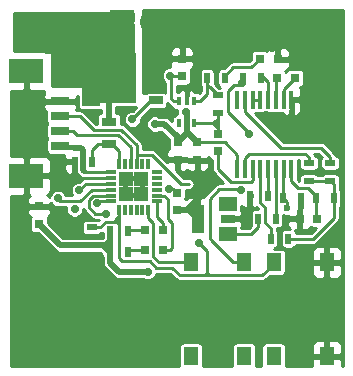
<source format=gbr>
G04 #@! TF.FileFunction,Copper,L2,Bot,Signal*
%FSLAX46Y46*%
G04 Gerber Fmt 4.6, Leading zero omitted, Abs format (unit mm)*
G04 Created by KiCad (PCBNEW 4.0.1-2.fc23-product) date Wed 16 Mar 2016 04:27:10 PM CET*
%MOMM*%
G01*
G04 APERTURE LIST*
%ADD10C,0.100000*%
%ADD11R,0.500000X0.900000*%
%ADD12R,0.750000X0.800000*%
%ADD13R,0.800000X0.750000*%
%ADD14R,0.900000X0.500000*%
%ADD15R,1.300000X0.700000*%
%ADD16R,1.500000X1.200000*%
%ADD17R,1.100000X2.400000*%
%ADD18R,1.200000X0.800000*%
%ADD19R,1.300000X1.550000*%
%ADD20R,0.450000X1.500000*%
%ADD21R,0.300000X0.850000*%
%ADD22R,0.850000X0.300000*%
%ADD23R,1.300000X1.300000*%
%ADD24R,0.398780X0.749300*%
%ADD25R,1.600000X0.800000*%
%ADD26R,3.000000X2.100000*%
%ADD27R,2.032000X2.032000*%
%ADD28O,2.032000X2.032000*%
%ADD29R,0.797560X0.797560*%
%ADD30R,1.150000X0.700000*%
%ADD31R,1.550000X4.700000*%
%ADD32R,3.300000X4.200000*%
%ADD33C,0.700000*%
%ADD34C,0.600000*%
%ADD35C,0.250000*%
%ADD36C,0.500000*%
%ADD37C,0.254000*%
G04 APERTURE END LIST*
D10*
D11*
X168950000Y-91400000D03*
X167450000Y-91400000D03*
X166150000Y-91150000D03*
X164650000Y-91150000D03*
D12*
X158900000Y-81050000D03*
X158900000Y-79550000D03*
D13*
X166950000Y-81200000D03*
X168450000Y-81200000D03*
X165500000Y-79600000D03*
X167000000Y-79600000D03*
X170350000Y-93100000D03*
X168850000Y-93100000D03*
D12*
X158450000Y-90900000D03*
X158450000Y-92400000D03*
X158532228Y-86600000D03*
X158532228Y-88100000D03*
X160182228Y-88150000D03*
X160182228Y-86650000D03*
X161932228Y-87400000D03*
X161932228Y-85900000D03*
D14*
X171450000Y-88400000D03*
X171450000Y-89900000D03*
D11*
X167900000Y-94800000D03*
X166400000Y-94800000D03*
D14*
X169650000Y-89900000D03*
X169650000Y-88400000D03*
D11*
X152800000Y-95900000D03*
X154300000Y-95900000D03*
X152840000Y-94150000D03*
X154340000Y-94150000D03*
X171750000Y-91400000D03*
X170250000Y-91400000D03*
X165550000Y-81200000D03*
X164050000Y-81200000D03*
D15*
X152700000Y-84900000D03*
X152700000Y-86800000D03*
D11*
X151300000Y-88300000D03*
X149800000Y-88300000D03*
X162532228Y-81200000D03*
X161032228Y-81200000D03*
D14*
X161932228Y-84150000D03*
X161932228Y-82650000D03*
D16*
X162770000Y-91830000D03*
X162770000Y-94370000D03*
D17*
X160230000Y-93100000D03*
D18*
X162770000Y-93100000D03*
D19*
X164150000Y-96800000D03*
X159650000Y-96800000D03*
X159650000Y-104750000D03*
X164150000Y-104750000D03*
D20*
X163592228Y-83040000D03*
X164242228Y-83040000D03*
X164892228Y-83040000D03*
X165542228Y-83040000D03*
X166192228Y-83040000D03*
X166842228Y-83040000D03*
X167492228Y-83040000D03*
X168142228Y-83040000D03*
X168142228Y-88940000D03*
X167492228Y-88940000D03*
X166842228Y-88940000D03*
X166192228Y-88940000D03*
X165542228Y-88940000D03*
X164892228Y-88940000D03*
X164242228Y-88940000D03*
X163592228Y-88940000D03*
D21*
X153550000Y-88450000D03*
X154050000Y-88450000D03*
X154550000Y-88450000D03*
X155050000Y-88450000D03*
X155550000Y-88450000D03*
X156050000Y-88450000D03*
D22*
X156750000Y-89150000D03*
X156750000Y-89650000D03*
X156750000Y-90150000D03*
X156750000Y-90650000D03*
X156750000Y-91150000D03*
X156750000Y-91650000D03*
D21*
X156050000Y-92350000D03*
X155550000Y-92350000D03*
X155050000Y-92350000D03*
X154550000Y-92350000D03*
X154050000Y-92350000D03*
X153550000Y-92350000D03*
D22*
X152850000Y-91650000D03*
X152850000Y-91150000D03*
X152850000Y-90650000D03*
X152850000Y-90150000D03*
X152850000Y-89650000D03*
X152850000Y-89150000D03*
D23*
X155450000Y-91050000D03*
X154150000Y-91050000D03*
X155450000Y-89750000D03*
X154150000Y-89750000D03*
D24*
X158649760Y-83150040D03*
X159300000Y-83150040D03*
X159950240Y-83150040D03*
X159950240Y-85049960D03*
X159300000Y-85049960D03*
X158649760Y-85049960D03*
D25*
X148600000Y-86925000D03*
X148600000Y-85675000D03*
X148600000Y-84425000D03*
X148600000Y-83175000D03*
D26*
X145700000Y-89475000D03*
X145700000Y-80625000D03*
D27*
X153800000Y-76500000D03*
D28*
X156340000Y-76500000D03*
D19*
X166650000Y-104750000D03*
X171150000Y-104750000D03*
X171150000Y-96800000D03*
X166650000Y-96800000D03*
D29*
X155751400Y-94100000D03*
X157250000Y-94100000D03*
X155751400Y-95750000D03*
X157250000Y-95750000D03*
D14*
X151250000Y-95350000D03*
X151250000Y-93850000D03*
D11*
X166850000Y-93100000D03*
X165350000Y-93100000D03*
D12*
X146800000Y-93550000D03*
X146800000Y-92050000D03*
D30*
X156700000Y-80560000D03*
X156700000Y-79290000D03*
X156700000Y-81830000D03*
D31*
X151225000Y-81195000D03*
D32*
X153425000Y-81195000D03*
D30*
X156700000Y-83100000D03*
D33*
X157900000Y-81000000D03*
X166500000Y-78700000D03*
X169800000Y-81400000D03*
X157500000Y-86800000D03*
X165991746Y-84352998D03*
X160900000Y-80050000D03*
X167900000Y-93100000D03*
X164200000Y-93694990D03*
D34*
X149900011Y-87099989D03*
D33*
X156600000Y-85100000D03*
X159200000Y-84074692D03*
X156000000Y-97600000D03*
X164600000Y-85900000D03*
X163950000Y-81600000D03*
X152500000Y-92675010D03*
X151700000Y-91824990D03*
X160350000Y-95200000D03*
X148400000Y-91400000D03*
X154700000Y-84699989D03*
D34*
X167750000Y-92200000D03*
D33*
X150200000Y-90700000D03*
X149800000Y-92300000D03*
X157825000Y-90600000D03*
X163850000Y-90690011D03*
D35*
X157900000Y-81000000D02*
X158850000Y-81000000D01*
X158850000Y-81000000D02*
X158900000Y-81050000D01*
X158000000Y-81600000D02*
X158000000Y-81100000D01*
X158000000Y-81100000D02*
X157900000Y-81000000D01*
X158000000Y-82700000D02*
X158000000Y-81600000D01*
X158649760Y-83150040D02*
X158199960Y-83150040D01*
X158000000Y-82700000D02*
X158000000Y-82949670D01*
X158000000Y-82949670D02*
X158200370Y-83150040D01*
X158200370Y-83150040D02*
X158649760Y-83150040D01*
X152850000Y-89650000D02*
X150378590Y-89650000D01*
X149800000Y-89071410D02*
X149800000Y-88300000D01*
X150378590Y-89650000D02*
X149800000Y-89071410D01*
D36*
X158450000Y-92400000D02*
X159530000Y-92400000D01*
X159530000Y-92400000D02*
X160230000Y-93100000D01*
X160200000Y-91525000D02*
X159325000Y-92400000D01*
X158450000Y-92400000D02*
X159325000Y-92400000D01*
X168850000Y-93100000D02*
X167900000Y-93100000D01*
X164200000Y-93430000D02*
X164200000Y-93694990D01*
X163870000Y-93100000D02*
X164200000Y-93430000D01*
X164650000Y-91150000D02*
X164650000Y-92320000D01*
X164650000Y-92320000D02*
X163870000Y-93100000D01*
X163870000Y-93100000D02*
X162770000Y-93100000D01*
D35*
X152850000Y-89150000D02*
X150691776Y-89150000D01*
X150691776Y-89150000D02*
X150550000Y-89008224D01*
D36*
X150550000Y-89008224D02*
X150616766Y-89074990D01*
X150550000Y-87325714D02*
X150550000Y-89008224D01*
X149900011Y-87099989D02*
X150324275Y-87099989D01*
X150324275Y-87099989D02*
X150550000Y-87325714D01*
D35*
X149900011Y-87099989D02*
X148774989Y-87099989D01*
X148774989Y-87099989D02*
X148600000Y-86925000D01*
D36*
X157400000Y-85100000D02*
X156600000Y-85100000D01*
D35*
X162550000Y-86650000D02*
X163592228Y-87692228D01*
X163592228Y-87692228D02*
X163592228Y-88940000D01*
X160182228Y-86650000D02*
X162550000Y-86650000D01*
D36*
X158532228Y-86600000D02*
X158532228Y-86232228D01*
X158532228Y-86232228D02*
X157400000Y-85100000D01*
X159300000Y-85049960D02*
X159300000Y-84174692D01*
X159300000Y-84174692D02*
X159200000Y-84074692D01*
X159300000Y-85049960D02*
X159300000Y-85767772D01*
X159300000Y-85767772D02*
X160182228Y-86650000D01*
X158532228Y-86600000D02*
X159300000Y-85832228D01*
X159300000Y-85832228D02*
X159300000Y-85049960D01*
X151250000Y-95350000D02*
X148575000Y-95350000D01*
X148575000Y-95350000D02*
X146800000Y-93575000D01*
X146800000Y-93575000D02*
X146800000Y-93550000D01*
X152800000Y-95900000D02*
X152800000Y-95000000D01*
X152800000Y-95000000D02*
X152800000Y-94190000D01*
X151250000Y-95350000D02*
X152450000Y-95350000D01*
X152450000Y-95350000D02*
X152800000Y-95000000D01*
X151250000Y-95350000D02*
X152250000Y-95350000D01*
X152250000Y-95350000D02*
X152800000Y-95900000D01*
X152800000Y-94190000D02*
X152840000Y-94150000D01*
X156000000Y-97600000D02*
X153550000Y-97600000D01*
X153550000Y-97600000D02*
X152800000Y-96850000D01*
X152800000Y-96850000D02*
X152800000Y-95900000D01*
D35*
X162800000Y-84075736D02*
X162800000Y-82272226D01*
X162800000Y-82272226D02*
X163282228Y-81789998D01*
X163282228Y-81789998D02*
X163649218Y-81789998D01*
X163649218Y-81789998D02*
X164073482Y-81789998D01*
X164600000Y-85875736D02*
X162800000Y-84075736D01*
X152175000Y-89150000D02*
X152850000Y-89150000D01*
X149650000Y-86925000D02*
X148600000Y-86925000D01*
X164073482Y-81789998D02*
X164073482Y-80958746D01*
X164073482Y-80958746D02*
X164082228Y-80950000D01*
X160182228Y-86675000D02*
X160182228Y-86650000D01*
X160132228Y-86600000D02*
X160182228Y-86650000D01*
D36*
X152700000Y-84900000D02*
X152700000Y-81920000D01*
X152700000Y-81920000D02*
X153425000Y-81195000D01*
X152700000Y-84900000D02*
X152400000Y-84900000D01*
D35*
X157250000Y-94100000D02*
X157250000Y-93451220D01*
X157250000Y-93451220D02*
X156750000Y-92951220D01*
X156750000Y-92951220D02*
X156750000Y-92050000D01*
X156750000Y-92050000D02*
X156750000Y-91650000D01*
X155751400Y-94100000D02*
X154390000Y-94100000D01*
X154390000Y-94100000D02*
X154340000Y-94150000D01*
X158050000Y-93517438D02*
X158050000Y-95598780D01*
X158050000Y-95598780D02*
X157898780Y-95750000D01*
X156750000Y-91150000D02*
X157410002Y-91150000D01*
X157410002Y-91150000D02*
X157700010Y-91440008D01*
X157700010Y-91440008D02*
X157700010Y-93167448D01*
X157700010Y-93167448D02*
X158050000Y-93517438D01*
X157250000Y-95750000D02*
X157898780Y-95750000D01*
X155751400Y-95750000D02*
X154450000Y-95750000D01*
X154450000Y-95750000D02*
X154300000Y-95900000D01*
X165542228Y-83040000D02*
X164892228Y-83040000D01*
X170650000Y-87100000D02*
X167302228Y-87100000D01*
X167302228Y-87100000D02*
X164242228Y-84040000D01*
X164242228Y-84040000D02*
X164242228Y-83040000D01*
X171450000Y-88400000D02*
X171450000Y-87900000D01*
X171450000Y-87900000D02*
X170650000Y-87100000D01*
X171750000Y-91400000D02*
X171750000Y-90200000D01*
X171750000Y-90200000D02*
X171450000Y-89900000D01*
X167900000Y-94800000D02*
X170010002Y-94800000D01*
X170010002Y-94800000D02*
X171750000Y-93060002D01*
X171750000Y-93060002D02*
X171750000Y-92100000D01*
X171750000Y-92100000D02*
X171750000Y-91400000D01*
X169650000Y-89900000D02*
X171450000Y-89900000D01*
X169700000Y-89950000D02*
X169650000Y-89900000D01*
X166400000Y-94800000D02*
X166400000Y-93935002D01*
X166400000Y-93935002D02*
X165925001Y-93460003D01*
X165925001Y-92125547D02*
X165542228Y-91742774D01*
X165925001Y-93460003D02*
X165925001Y-92125547D01*
X165542228Y-91742774D02*
X165542228Y-90057772D01*
X165542228Y-90057772D02*
X165542228Y-88940000D01*
X169350000Y-87600000D02*
X164582228Y-87600000D01*
X164582228Y-87600000D02*
X164242228Y-87940000D01*
X164242228Y-87940000D02*
X164242228Y-88940000D01*
X169650000Y-88400000D02*
X169650000Y-87900000D01*
X169650000Y-87900000D02*
X169350000Y-87600000D01*
X152500000Y-92675010D02*
X151551018Y-92675010D01*
X152400000Y-92575010D02*
X152500000Y-92675010D01*
X152174989Y-91149989D02*
X152175000Y-91150000D01*
X151375999Y-91149989D02*
X152174989Y-91149989D01*
X151000000Y-91525988D02*
X151375999Y-91149989D01*
X151000000Y-92123992D02*
X151000000Y-91525988D01*
X152175000Y-91150000D02*
X152850000Y-91150000D01*
X151551018Y-92675010D02*
X151000000Y-92123992D01*
X151700000Y-91824990D02*
X151874990Y-91650000D01*
X151874990Y-91650000D02*
X152850000Y-91650000D01*
X153099989Y-93350011D02*
X153350000Y-93100000D01*
X153350000Y-93100000D02*
X153550000Y-92900000D01*
X153325013Y-93350011D02*
X153325013Y-93124987D01*
X153325013Y-93124987D02*
X153350000Y-93100000D01*
X153550000Y-96435002D02*
X153550000Y-93900000D01*
X153550000Y-93900000D02*
X153550000Y-93250000D01*
X153099989Y-93350011D02*
X153325013Y-93350011D01*
X153325013Y-93350011D02*
X153550000Y-93574998D01*
X153550000Y-93574998D02*
X153550000Y-93900000D01*
X153550000Y-93025000D02*
X153550000Y-92900000D01*
X152449989Y-93350011D02*
X153099989Y-93350011D01*
X153550000Y-92900000D02*
X153550000Y-92350000D01*
X151250000Y-93850000D02*
X151950000Y-93850000D01*
X151950000Y-93850000D02*
X152449989Y-93350011D01*
X156731037Y-97250009D02*
X156156029Y-96675001D01*
X156156029Y-96675001D02*
X153789999Y-96675001D01*
X153789999Y-96675001D02*
X153550000Y-96435002D01*
X160850000Y-97900001D02*
X158739999Y-97900001D01*
X158739999Y-97900001D02*
X158090008Y-97250010D01*
X158090008Y-97250010D02*
X156731037Y-97250009D01*
X165674999Y-97900001D02*
X161150000Y-97900001D01*
X161000000Y-97750001D02*
X161150000Y-97900001D01*
X161150000Y-97900001D02*
X161000000Y-97900001D01*
X161000000Y-97700000D02*
X161000000Y-97750001D01*
X161000000Y-95850000D02*
X161000000Y-97700000D01*
X160850000Y-97900001D02*
X160850000Y-97850000D01*
X161000000Y-97700000D02*
X161000000Y-97900001D01*
X160850000Y-97850000D02*
X161000000Y-97700000D01*
X161000000Y-97900001D02*
X160850000Y-97900001D01*
X160350000Y-95200000D02*
X161000000Y-95850000D01*
X166650000Y-96800000D02*
X166650000Y-96925000D01*
X166650000Y-96925000D02*
X165674999Y-97900001D01*
X153550000Y-93250000D02*
X153550000Y-93025000D01*
X151250000Y-93850000D02*
X151450000Y-93850000D01*
X153550000Y-92650000D02*
X153550000Y-92350000D01*
X148589578Y-91589578D02*
X148400000Y-91400000D01*
X148810422Y-91589578D02*
X148589578Y-91589578D01*
X150300000Y-91589578D02*
X148810422Y-91589578D01*
X152850000Y-90650000D02*
X151239578Y-90650000D01*
X151239578Y-90650000D02*
X150300000Y-91589578D01*
X154700000Y-84699989D02*
X156299989Y-83100000D01*
X156299989Y-83100000D02*
X156700000Y-83100000D01*
X152700000Y-86800000D02*
X151800000Y-86800000D01*
X151800000Y-86800000D02*
X151300000Y-87300000D01*
X151300000Y-87300000D02*
X151300000Y-87800000D01*
X151300000Y-87800000D02*
X151300000Y-88500000D01*
X152700000Y-86800000D02*
X152971056Y-86800000D01*
X152971056Y-86800000D02*
X153550000Y-87378944D01*
X153550000Y-88450000D02*
X153550000Y-87378944D01*
X161032228Y-82517442D02*
X161032228Y-81800000D01*
X161032228Y-81800000D02*
X161032228Y-81200000D01*
X161250000Y-81967772D02*
X161200000Y-81967772D01*
X161200000Y-81967772D02*
X161032228Y-81800000D01*
X159950240Y-83150040D02*
X160399630Y-83150040D01*
X160399630Y-83150040D02*
X161032228Y-82517442D01*
X161250000Y-81967772D02*
X161932228Y-82650000D01*
X159650000Y-96800000D02*
X156917438Y-96800000D01*
X156917438Y-96800000D02*
X156475181Y-96357743D01*
X156475181Y-96357743D02*
X156475181Y-93450181D01*
X156475181Y-93450181D02*
X156050000Y-93025000D01*
X156050000Y-93025000D02*
X156050000Y-92350000D01*
X167750000Y-92200000D02*
X167750000Y-91700000D01*
X167750000Y-91700000D02*
X167450000Y-91400000D01*
X152850000Y-90150000D02*
X150750000Y-90150000D01*
X150750000Y-90150000D02*
X150200000Y-90700000D01*
X167450000Y-91400000D02*
X167450000Y-88982228D01*
X167450000Y-88982228D02*
X167492228Y-88940000D01*
X157825000Y-90600000D02*
X158150000Y-90600000D01*
X158150000Y-90600000D02*
X158450000Y-90900000D01*
X162532228Y-81200000D02*
X162532228Y-81000000D01*
X162532228Y-81000000D02*
X163232228Y-80300000D01*
X164775000Y-80300000D02*
X165475000Y-79600000D01*
X165475000Y-79600000D02*
X165500000Y-79600000D01*
X163232228Y-80300000D02*
X164775000Y-80300000D01*
X170250000Y-91400000D02*
X170250000Y-93000000D01*
X170250000Y-93000000D02*
X170350000Y-93100000D01*
X168142228Y-89940000D02*
X168677229Y-90475001D01*
X168677229Y-90475001D02*
X169525001Y-90475001D01*
X169525001Y-90475001D02*
X170250000Y-91200000D01*
X170250000Y-91200000D02*
X170250000Y-91400000D01*
X168200000Y-89997772D02*
X168142228Y-89940000D01*
X168142228Y-89940000D02*
X168142228Y-88940000D01*
X164892228Y-88940000D02*
X164892228Y-89850002D01*
X164892228Y-89850002D02*
X164727229Y-90015001D01*
X164727229Y-90015001D02*
X163025999Y-90015001D01*
X163025999Y-90015001D02*
X161932228Y-88921230D01*
X161932228Y-88921230D02*
X161932228Y-88050000D01*
X161932228Y-88050000D02*
X161932228Y-87400000D01*
X161700000Y-84882228D02*
X161932228Y-84650000D01*
X161532268Y-85049960D02*
X161700000Y-84882228D01*
X161700000Y-84882228D02*
X161700000Y-85200000D01*
X161700000Y-85200000D02*
X161932228Y-85432228D01*
X161932228Y-85432228D02*
X161932228Y-84650000D01*
X161532268Y-85049960D02*
X161549960Y-85049960D01*
X161549960Y-85049960D02*
X161932228Y-85432228D01*
X161932228Y-85432228D02*
X161932228Y-85900000D01*
X159950240Y-85049960D02*
X161532268Y-85049960D01*
X161932228Y-84650000D02*
X161932228Y-84150000D01*
X166842228Y-81040000D02*
X166842228Y-83040000D01*
X168450000Y-81200000D02*
X167492228Y-82157772D01*
X167492228Y-82157772D02*
X167492228Y-83040000D01*
X165582228Y-80950000D02*
X166192228Y-81560000D01*
X166192228Y-81560000D02*
X166192228Y-83040000D01*
X166850000Y-92900000D02*
X166850000Y-89947772D01*
X166850000Y-89947772D02*
X166842228Y-89940000D01*
X166842228Y-89940000D02*
X166842228Y-88940000D01*
X165350000Y-93100000D02*
X165350000Y-93800000D01*
X165350000Y-93800000D02*
X164780000Y-94370000D01*
X164780000Y-94370000D02*
X163770000Y-94370000D01*
X163770000Y-94370000D02*
X162770000Y-94370000D01*
X163380000Y-94370000D02*
X162770000Y-94370000D01*
X166150000Y-91150000D02*
X166150000Y-88982228D01*
X166150000Y-88982228D02*
X166192228Y-88940000D01*
X162064998Y-90600000D02*
X163759989Y-90600000D01*
X163759989Y-90600000D02*
X163850000Y-90690011D01*
X161232227Y-91432771D02*
X162064998Y-90600000D01*
X163250000Y-96800000D02*
X161450000Y-95000000D01*
X164150000Y-96800000D02*
X163250000Y-96800000D01*
X161232227Y-94782227D02*
X161232227Y-91432771D01*
X161450000Y-95000000D02*
X161232227Y-94782227D01*
X154550000Y-88450000D02*
X154550000Y-87064998D01*
X154550000Y-87064998D02*
X153510013Y-86025011D01*
X153510013Y-86025011D02*
X150000011Y-86025011D01*
X150000011Y-86025011D02*
X149650000Y-85675000D01*
X149650000Y-85675000D02*
X148600000Y-85675000D01*
X153821412Y-85700000D02*
X153696413Y-85575001D01*
X153696413Y-85575001D02*
X151425001Y-85575001D01*
X155050000Y-86900000D02*
X153850000Y-85700000D01*
X153850000Y-85700000D02*
X153821412Y-85700000D01*
X155050000Y-88450000D02*
X155050000Y-86900000D01*
X151425001Y-85575001D02*
X150275000Y-84425000D01*
X150275000Y-84425000D02*
X148600000Y-84425000D01*
X156349999Y-87699999D02*
X158824999Y-90174999D01*
X158824999Y-90174999D02*
X159474999Y-90174999D01*
X155050000Y-88450000D02*
X155050000Y-87789998D01*
X155050000Y-87789998D02*
X155139999Y-87699999D01*
X155139999Y-87699999D02*
X156349999Y-87699999D01*
D37*
G36*
X154723000Y-76296726D02*
X154689000Y-76467655D01*
X154689000Y-76532345D01*
X154723000Y-76703274D01*
X154723000Y-81873000D01*
X147927000Y-81873000D01*
X147927000Y-79100000D01*
X147916994Y-79050590D01*
X147888553Y-79008965D01*
X147846159Y-78981685D01*
X147800000Y-78973000D01*
X147424389Y-78973000D01*
X147200000Y-78927560D01*
X144710000Y-78927560D01*
X144710000Y-75710000D01*
X154723000Y-75710000D01*
X154723000Y-76296726D01*
X154723000Y-76296726D01*
G37*
X154723000Y-76296726D02*
X154689000Y-76467655D01*
X154689000Y-76532345D01*
X154723000Y-76703274D01*
X154723000Y-81873000D01*
X147927000Y-81873000D01*
X147927000Y-79100000D01*
X147916994Y-79050590D01*
X147888553Y-79008965D01*
X147846159Y-78981685D01*
X147800000Y-78973000D01*
X147424389Y-78973000D01*
X147200000Y-78927560D01*
X144710000Y-78927560D01*
X144710000Y-75710000D01*
X154723000Y-75710000D01*
X154723000Y-76296726D01*
G36*
X172544000Y-105544000D02*
X172435000Y-105544000D01*
X172435000Y-105035750D01*
X172276250Y-104877000D01*
X171277000Y-104877000D01*
X171277000Y-104897000D01*
X171023000Y-104897000D01*
X171023000Y-104877000D01*
X170023750Y-104877000D01*
X169865000Y-105035750D01*
X169865000Y-105544000D01*
X167684616Y-105544000D01*
X167688464Y-105525000D01*
X167688464Y-103975000D01*
X167664698Y-103848691D01*
X169865000Y-103848691D01*
X169865000Y-104464250D01*
X170023750Y-104623000D01*
X171023000Y-104623000D01*
X171023000Y-103498750D01*
X171277000Y-103498750D01*
X171277000Y-104623000D01*
X172276250Y-104623000D01*
X172435000Y-104464250D01*
X172435000Y-103848691D01*
X172338327Y-103615302D01*
X172159699Y-103436673D01*
X171926310Y-103340000D01*
X171435750Y-103340000D01*
X171277000Y-103498750D01*
X171023000Y-103498750D01*
X170864250Y-103340000D01*
X170373690Y-103340000D01*
X170140301Y-103436673D01*
X169961673Y-103615302D01*
X169865000Y-103848691D01*
X167664698Y-103848691D01*
X167661897Y-103833810D01*
X167578454Y-103704135D01*
X167451134Y-103617141D01*
X167300000Y-103586536D01*
X166000000Y-103586536D01*
X165858810Y-103613103D01*
X165729135Y-103696546D01*
X165642141Y-103823866D01*
X165611536Y-103975000D01*
X165611536Y-105525000D01*
X165615111Y-105544000D01*
X165184616Y-105544000D01*
X165188464Y-105525000D01*
X165188464Y-103975000D01*
X165161897Y-103833810D01*
X165078454Y-103704135D01*
X164951134Y-103617141D01*
X164800000Y-103586536D01*
X163500000Y-103586536D01*
X163358810Y-103613103D01*
X163229135Y-103696546D01*
X163142141Y-103823866D01*
X163111536Y-103975000D01*
X163111536Y-105525000D01*
X163115111Y-105544000D01*
X160684616Y-105544000D01*
X160688464Y-105525000D01*
X160688464Y-103975000D01*
X160661897Y-103833810D01*
X160578454Y-103704135D01*
X160451134Y-103617141D01*
X160300000Y-103586536D01*
X159000000Y-103586536D01*
X158858810Y-103613103D01*
X158729135Y-103696546D01*
X158642141Y-103823866D01*
X158611536Y-103975000D01*
X158611536Y-105525000D01*
X158615111Y-105544000D01*
X144456000Y-105544000D01*
X144456000Y-91160000D01*
X145414250Y-91160000D01*
X145573000Y-91001250D01*
X145573000Y-89602000D01*
X145553000Y-89602000D01*
X145553000Y-89348000D01*
X145573000Y-89348000D01*
X145573000Y-87948750D01*
X145827000Y-87948750D01*
X145827000Y-89348000D01*
X147676250Y-89348000D01*
X147835000Y-89189250D01*
X147835000Y-88585750D01*
X148915000Y-88585750D01*
X148915000Y-88876310D01*
X149011673Y-89109699D01*
X149190302Y-89288327D01*
X149423691Y-89385000D01*
X149516250Y-89385000D01*
X149675000Y-89226250D01*
X149675000Y-88427000D01*
X149073750Y-88427000D01*
X148915000Y-88585750D01*
X147835000Y-88585750D01*
X147835000Y-88298691D01*
X147738327Y-88065302D01*
X147559699Y-87886673D01*
X147326310Y-87790000D01*
X145985750Y-87790000D01*
X145827000Y-87948750D01*
X145573000Y-87948750D01*
X145414250Y-87790000D01*
X144456000Y-87790000D01*
X144456000Y-82310000D01*
X145414250Y-82310000D01*
X145573000Y-82151250D01*
X145573000Y-80752000D01*
X145553000Y-80752000D01*
X145553000Y-80498000D01*
X145573000Y-80498000D01*
X145573000Y-80478000D01*
X145827000Y-80478000D01*
X145827000Y-80498000D01*
X145847000Y-80498000D01*
X145847000Y-80752000D01*
X145827000Y-80752000D01*
X145827000Y-82151250D01*
X145985750Y-82310000D01*
X147173000Y-82310000D01*
X147173000Y-82600000D01*
X147176996Y-82619731D01*
X147165000Y-82648691D01*
X147165000Y-82889250D01*
X147323750Y-83048000D01*
X148473000Y-83048000D01*
X148473000Y-83028000D01*
X148727000Y-83028000D01*
X148727000Y-83048000D01*
X149876250Y-83048000D01*
X150035000Y-82889250D01*
X150035000Y-82727000D01*
X150061536Y-82727000D01*
X150061536Y-83545000D01*
X150088103Y-83686190D01*
X150171546Y-83815865D01*
X150298866Y-83902859D01*
X150450000Y-83933464D01*
X152000000Y-83933464D01*
X152069000Y-83920481D01*
X152069000Y-84161536D01*
X152050000Y-84161536D01*
X151908810Y-84188103D01*
X151779135Y-84271546D01*
X151692141Y-84398866D01*
X151661536Y-84550000D01*
X151661536Y-85069001D01*
X151634593Y-85069001D01*
X150632796Y-84067204D01*
X150468638Y-83957517D01*
X150275000Y-83919000D01*
X149944829Y-83919000D01*
X150035000Y-83701309D01*
X150035000Y-83460750D01*
X149876250Y-83302000D01*
X148727000Y-83302000D01*
X148727000Y-83322000D01*
X148473000Y-83322000D01*
X148473000Y-83302000D01*
X147323750Y-83302000D01*
X147165000Y-83460750D01*
X147165000Y-83701309D01*
X147261673Y-83934698D01*
X147411536Y-84084562D01*
X147411536Y-84825000D01*
X147438103Y-84966190D01*
X147492313Y-85050436D01*
X147442141Y-85123866D01*
X147411536Y-85275000D01*
X147411536Y-86075000D01*
X147438103Y-86216190D01*
X147492313Y-86300436D01*
X147442141Y-86373866D01*
X147411536Y-86525000D01*
X147411536Y-87325000D01*
X147438103Y-87466190D01*
X147521546Y-87595865D01*
X147648866Y-87682859D01*
X147800000Y-87713464D01*
X148919236Y-87713464D01*
X148915000Y-87723690D01*
X148915000Y-88014250D01*
X149073750Y-88173000D01*
X149675000Y-88173000D01*
X149675000Y-88153000D01*
X149919000Y-88153000D01*
X149919000Y-89008224D01*
X149925000Y-89038388D01*
X149925000Y-89226250D01*
X150004456Y-89305706D01*
X150103816Y-89454408D01*
X150170581Y-89521174D01*
X150375292Y-89657958D01*
X150543149Y-89691346D01*
X150392204Y-89792204D01*
X150215395Y-89969013D01*
X150055233Y-89968874D01*
X149786463Y-90079927D01*
X149580650Y-90285381D01*
X149469127Y-90553957D01*
X149468874Y-90844767D01*
X149567548Y-91083578D01*
X149060200Y-91083578D01*
X149020073Y-90986463D01*
X148814619Y-90780650D01*
X148546043Y-90669127D01*
X148255233Y-90668874D01*
X147986463Y-90779927D01*
X147780650Y-90985381D01*
X147671432Y-91248407D01*
X147534699Y-91111673D01*
X147488840Y-91092678D01*
X147559699Y-91063327D01*
X147738327Y-90884698D01*
X147835000Y-90651309D01*
X147835000Y-89760750D01*
X147676250Y-89602000D01*
X145827000Y-89602000D01*
X145827000Y-91001250D01*
X145985750Y-91160000D01*
X146016974Y-91160000D01*
X145886673Y-91290302D01*
X145790000Y-91523691D01*
X145790000Y-91764250D01*
X145948750Y-91923000D01*
X146673000Y-91923000D01*
X146673000Y-91903000D01*
X146927000Y-91903000D01*
X146927000Y-91923000D01*
X147651250Y-91923000D01*
X147774309Y-91799941D01*
X147779927Y-91813537D01*
X147985381Y-92019350D01*
X148253957Y-92130873D01*
X148544767Y-92131126D01*
X148630800Y-92095578D01*
X149093368Y-92095578D01*
X149069127Y-92153957D01*
X149068874Y-92444767D01*
X149179927Y-92713537D01*
X149385381Y-92919350D01*
X149653957Y-93030873D01*
X149944767Y-93031126D01*
X150213537Y-92920073D01*
X150419350Y-92714619D01*
X150530873Y-92446043D01*
X150530991Y-92309960D01*
X150532517Y-92317630D01*
X150642204Y-92481788D01*
X151193222Y-93032806D01*
X151357380Y-93142493D01*
X151551018Y-93181010D01*
X151903398Y-93181010D01*
X151843760Y-93240648D01*
X151700000Y-93211536D01*
X150800000Y-93211536D01*
X150658810Y-93238103D01*
X150529135Y-93321546D01*
X150442141Y-93448866D01*
X150411536Y-93600000D01*
X150411536Y-94100000D01*
X150438103Y-94241190D01*
X150521546Y-94370865D01*
X150648866Y-94457859D01*
X150800000Y-94488464D01*
X151700000Y-94488464D01*
X151841190Y-94461897D01*
X151970865Y-94378454D01*
X151991902Y-94347665D01*
X152143638Y-94317483D01*
X152169000Y-94300537D01*
X152169000Y-94719000D01*
X151736859Y-94719000D01*
X151700000Y-94711536D01*
X150800000Y-94711536D01*
X150760333Y-94719000D01*
X148836368Y-94719000D01*
X147563464Y-93446096D01*
X147563464Y-93150000D01*
X147536897Y-93008810D01*
X147526028Y-92991919D01*
X147534699Y-92988327D01*
X147713327Y-92809698D01*
X147810000Y-92576309D01*
X147810000Y-92335750D01*
X147651250Y-92177000D01*
X146927000Y-92177000D01*
X146927000Y-92197000D01*
X146673000Y-92197000D01*
X146673000Y-92177000D01*
X145948750Y-92177000D01*
X145790000Y-92335750D01*
X145790000Y-92576309D01*
X145886673Y-92809698D01*
X146065301Y-92988327D01*
X146072348Y-92991246D01*
X146067141Y-92998866D01*
X146036536Y-93150000D01*
X146036536Y-93950000D01*
X146063103Y-94091190D01*
X146146546Y-94220865D01*
X146273866Y-94307859D01*
X146425000Y-94338464D01*
X146671096Y-94338464D01*
X148128816Y-95796184D01*
X148333527Y-95932968D01*
X148575000Y-95981000D01*
X150763141Y-95981000D01*
X150800000Y-95988464D01*
X151700000Y-95988464D01*
X151739667Y-95981000D01*
X151988632Y-95981000D01*
X152161536Y-96153905D01*
X152161536Y-96350000D01*
X152169000Y-96389667D01*
X152169000Y-96850000D01*
X152202225Y-97017032D01*
X152217032Y-97091473D01*
X152353816Y-97296184D01*
X153103815Y-98046184D01*
X153308526Y-98182968D01*
X153348589Y-98190937D01*
X153550000Y-98231000D01*
X155613437Y-98231000D01*
X155853957Y-98330873D01*
X156144767Y-98331126D01*
X156413537Y-98220073D01*
X156619350Y-98014619D01*
X156727063Y-97755219D01*
X156731037Y-97756009D01*
X157880416Y-97756010D01*
X158382203Y-98257797D01*
X158546361Y-98367484D01*
X158739999Y-98406001D01*
X165674999Y-98406001D01*
X165868637Y-98367484D01*
X166032795Y-98257797D01*
X166327128Y-97963464D01*
X167300000Y-97963464D01*
X167441190Y-97936897D01*
X167570865Y-97853454D01*
X167657859Y-97726134D01*
X167688464Y-97575000D01*
X167688464Y-97085750D01*
X169865000Y-97085750D01*
X169865000Y-97701309D01*
X169961673Y-97934698D01*
X170140301Y-98113327D01*
X170373690Y-98210000D01*
X170864250Y-98210000D01*
X171023000Y-98051250D01*
X171023000Y-96927000D01*
X171277000Y-96927000D01*
X171277000Y-98051250D01*
X171435750Y-98210000D01*
X171926310Y-98210000D01*
X172159699Y-98113327D01*
X172338327Y-97934698D01*
X172435000Y-97701309D01*
X172435000Y-97085750D01*
X172276250Y-96927000D01*
X171277000Y-96927000D01*
X171023000Y-96927000D01*
X170023750Y-96927000D01*
X169865000Y-97085750D01*
X167688464Y-97085750D01*
X167688464Y-96025000D01*
X167664698Y-95898691D01*
X169865000Y-95898691D01*
X169865000Y-96514250D01*
X170023750Y-96673000D01*
X171023000Y-96673000D01*
X171023000Y-95548750D01*
X171277000Y-95548750D01*
X171277000Y-96673000D01*
X172276250Y-96673000D01*
X172435000Y-96514250D01*
X172435000Y-95898691D01*
X172338327Y-95665302D01*
X172159699Y-95486673D01*
X171926310Y-95390000D01*
X171435750Y-95390000D01*
X171277000Y-95548750D01*
X171023000Y-95548750D01*
X170864250Y-95390000D01*
X170373690Y-95390000D01*
X170140301Y-95486673D01*
X169961673Y-95665302D01*
X169865000Y-95898691D01*
X167664698Y-95898691D01*
X167661897Y-95883810D01*
X167578454Y-95754135D01*
X167451134Y-95667141D01*
X167300000Y-95636536D01*
X166660246Y-95636536D01*
X166791190Y-95611897D01*
X166920865Y-95528454D01*
X167007859Y-95401134D01*
X167038464Y-95250000D01*
X167038464Y-94350000D01*
X167011897Y-94208810D01*
X166928454Y-94079135D01*
X166906000Y-94063793D01*
X166906000Y-93938464D01*
X167100000Y-93938464D01*
X167241190Y-93911897D01*
X167370865Y-93828454D01*
X167457859Y-93701134D01*
X167488464Y-93550000D01*
X167488464Y-92828777D01*
X167613946Y-92880882D01*
X167881865Y-92881115D01*
X167973750Y-92973000D01*
X168723000Y-92973000D01*
X168723000Y-92428250D01*
X168825000Y-92326250D01*
X168825000Y-91527000D01*
X168803000Y-91527000D01*
X168803000Y-91273000D01*
X168825000Y-91273000D01*
X168825000Y-91253000D01*
X169075000Y-91253000D01*
X169075000Y-91273000D01*
X169097000Y-91273000D01*
X169097000Y-91527000D01*
X169075000Y-91527000D01*
X169075000Y-92150750D01*
X168977000Y-92248750D01*
X168977000Y-92973000D01*
X168997000Y-92973000D01*
X168997000Y-93227000D01*
X168977000Y-93227000D01*
X168977000Y-93951250D01*
X169135750Y-94110000D01*
X169376309Y-94110000D01*
X169609698Y-94013327D01*
X169788327Y-93834699D01*
X169791246Y-93827652D01*
X169798866Y-93832859D01*
X169950000Y-93863464D01*
X170230946Y-93863464D01*
X169800410Y-94294000D01*
X168527927Y-94294000D01*
X168511897Y-94208810D01*
X168448315Y-94110000D01*
X168564250Y-94110000D01*
X168723000Y-93951250D01*
X168723000Y-93227000D01*
X167973750Y-93227000D01*
X167815000Y-93385750D01*
X167815000Y-93601310D01*
X167911673Y-93834699D01*
X168038511Y-93961536D01*
X167650000Y-93961536D01*
X167508810Y-93988103D01*
X167379135Y-94071546D01*
X167292141Y-94198866D01*
X167261536Y-94350000D01*
X167261536Y-95250000D01*
X167288103Y-95391190D01*
X167371546Y-95520865D01*
X167498866Y-95607859D01*
X167650000Y-95638464D01*
X168150000Y-95638464D01*
X168291190Y-95611897D01*
X168420865Y-95528454D01*
X168507859Y-95401134D01*
X168527124Y-95306000D01*
X170010002Y-95306000D01*
X170203640Y-95267483D01*
X170367798Y-95157796D01*
X172107796Y-93417798D01*
X172129210Y-93385750D01*
X172217483Y-93253640D01*
X172256000Y-93060002D01*
X172256000Y-92138019D01*
X172270865Y-92128454D01*
X172357859Y-92001134D01*
X172388464Y-91850000D01*
X172388464Y-90950000D01*
X172361897Y-90808810D01*
X172278454Y-90679135D01*
X172256000Y-90663793D01*
X172256000Y-90303855D01*
X172257859Y-90301134D01*
X172288464Y-90150000D01*
X172288464Y-89650000D01*
X172261897Y-89508810D01*
X172178454Y-89379135D01*
X172051134Y-89292141D01*
X171900000Y-89261536D01*
X171000000Y-89261536D01*
X170858810Y-89288103D01*
X170729135Y-89371546D01*
X170713793Y-89394000D01*
X170388019Y-89394000D01*
X170378454Y-89379135D01*
X170251134Y-89292141D01*
X170100000Y-89261536D01*
X169200000Y-89261536D01*
X169058810Y-89288103D01*
X168929135Y-89371546D01*
X168842141Y-89498866D01*
X168811536Y-89650000D01*
X168811536Y-89893716D01*
X168730790Y-89812970D01*
X168755692Y-89690000D01*
X168755692Y-88190000D01*
X168739886Y-88106000D01*
X168820446Y-88106000D01*
X168811536Y-88150000D01*
X168811536Y-88650000D01*
X168838103Y-88791190D01*
X168921546Y-88920865D01*
X169048866Y-89007859D01*
X169200000Y-89038464D01*
X170100000Y-89038464D01*
X170241190Y-89011897D01*
X170370865Y-88928454D01*
X170457859Y-88801134D01*
X170488464Y-88650000D01*
X170488464Y-88150000D01*
X170461897Y-88008810D01*
X170378454Y-87879135D01*
X170251134Y-87792141D01*
X170129652Y-87767541D01*
X170117483Y-87706362D01*
X170050423Y-87606000D01*
X170440408Y-87606000D01*
X170719725Y-87885317D01*
X170642141Y-87998866D01*
X170611536Y-88150000D01*
X170611536Y-88650000D01*
X170638103Y-88791190D01*
X170721546Y-88920865D01*
X170848866Y-89007859D01*
X171000000Y-89038464D01*
X171900000Y-89038464D01*
X172041190Y-89011897D01*
X172170865Y-88928454D01*
X172257859Y-88801134D01*
X172288464Y-88650000D01*
X172288464Y-88150000D01*
X172261897Y-88008810D01*
X172178454Y-87879135D01*
X172051134Y-87792141D01*
X171929652Y-87767541D01*
X171917483Y-87706362D01*
X171807796Y-87542204D01*
X171007796Y-86742204D01*
X170843638Y-86632517D01*
X170650000Y-86594000D01*
X167511820Y-86594000D01*
X165096284Y-84178464D01*
X165117228Y-84178464D01*
X165220898Y-84158957D01*
X165317228Y-84178464D01*
X165767228Y-84178464D01*
X165870898Y-84158957D01*
X165967228Y-84178464D01*
X166417228Y-84178464D01*
X166520898Y-84158957D01*
X166617228Y-84178464D01*
X167067228Y-84178464D01*
X167170898Y-84158957D01*
X167267228Y-84178464D01*
X167407667Y-84178464D01*
X167557529Y-84328327D01*
X167790918Y-84425000D01*
X167870978Y-84425000D01*
X168029728Y-84266250D01*
X168029728Y-84007519D01*
X168075087Y-83941134D01*
X168105692Y-83790000D01*
X168105692Y-83167000D01*
X168254728Y-83167000D01*
X168254728Y-84266250D01*
X168413478Y-84425000D01*
X168493538Y-84425000D01*
X168726927Y-84328327D01*
X168905555Y-84149698D01*
X169002228Y-83916309D01*
X169002228Y-83325750D01*
X168843478Y-83167000D01*
X168254728Y-83167000D01*
X168105692Y-83167000D01*
X168105692Y-82893000D01*
X168254728Y-82893000D01*
X168254728Y-82913000D01*
X168843478Y-82913000D01*
X169002228Y-82754250D01*
X169002228Y-82163691D01*
X168914281Y-81951369D01*
X168991190Y-81936897D01*
X169120865Y-81853454D01*
X169207859Y-81726134D01*
X169238464Y-81575000D01*
X169238464Y-80825000D01*
X169211897Y-80683810D01*
X169128454Y-80554135D01*
X169001134Y-80467141D01*
X168850000Y-80436536D01*
X168050000Y-80436536D01*
X167908810Y-80463103D01*
X167779135Y-80546546D01*
X167699020Y-80663798D01*
X167635341Y-80564837D01*
X167759698Y-80513327D01*
X167938327Y-80334699D01*
X168035000Y-80101310D01*
X168035000Y-79885750D01*
X167876250Y-79727000D01*
X167127000Y-79727000D01*
X167127000Y-79747000D01*
X166873000Y-79747000D01*
X166873000Y-79727000D01*
X166853000Y-79727000D01*
X166853000Y-79473000D01*
X166873000Y-79473000D01*
X166873000Y-78748750D01*
X167127000Y-78748750D01*
X167127000Y-79473000D01*
X167876250Y-79473000D01*
X168035000Y-79314250D01*
X168035000Y-79098690D01*
X167938327Y-78865301D01*
X167759698Y-78686673D01*
X167526309Y-78590000D01*
X167285750Y-78590000D01*
X167127000Y-78748750D01*
X166873000Y-78748750D01*
X166714250Y-78590000D01*
X166473691Y-78590000D01*
X166240302Y-78686673D01*
X166061673Y-78865301D01*
X166058754Y-78872348D01*
X166051134Y-78867141D01*
X165900000Y-78836536D01*
X165100000Y-78836536D01*
X164958810Y-78863103D01*
X164829135Y-78946546D01*
X164742141Y-79073866D01*
X164711536Y-79225000D01*
X164711536Y-79647872D01*
X164565408Y-79794000D01*
X163232228Y-79794000D01*
X163038590Y-79832517D01*
X162874432Y-79942204D01*
X162455100Y-80361536D01*
X162282228Y-80361536D01*
X162141038Y-80388103D01*
X162011363Y-80471546D01*
X161924369Y-80598866D01*
X161893764Y-80750000D01*
X161893764Y-81650000D01*
X161920331Y-81791190D01*
X162003774Y-81920865D01*
X162131094Y-82007859D01*
X162149252Y-82011536D01*
X162009356Y-82011536D01*
X161666840Y-81669020D01*
X161670692Y-81650000D01*
X161670692Y-80750000D01*
X161644125Y-80608810D01*
X161560682Y-80479135D01*
X161433362Y-80392141D01*
X161282228Y-80361536D01*
X160782228Y-80361536D01*
X160641038Y-80388103D01*
X160511363Y-80471546D01*
X160424369Y-80598866D01*
X160393764Y-80750000D01*
X160393764Y-81650000D01*
X160420331Y-81791190D01*
X160503774Y-81920865D01*
X160526228Y-81936207D01*
X160526228Y-82307850D01*
X160369549Y-82464529D01*
X160300764Y-82417531D01*
X160149630Y-82386926D01*
X160008952Y-82386926D01*
X159859088Y-82237063D01*
X159625699Y-82140390D01*
X159558445Y-82140390D01*
X159399695Y-82299140D01*
X159399695Y-82614444D01*
X159392991Y-82624256D01*
X159362386Y-82775390D01*
X159362386Y-83297040D01*
X159237614Y-83297040D01*
X159237614Y-82775390D01*
X159211047Y-82634200D01*
X159200305Y-82617506D01*
X159200305Y-82299140D01*
X159041555Y-82140390D01*
X158974301Y-82140390D01*
X158740912Y-82237063D01*
X158591048Y-82386926D01*
X158506000Y-82386926D01*
X158506000Y-81834616D01*
X158525000Y-81838464D01*
X159275000Y-81838464D01*
X159416190Y-81811897D01*
X159545865Y-81728454D01*
X159632859Y-81601134D01*
X159663464Y-81450000D01*
X159663464Y-80650000D01*
X159636897Y-80508810D01*
X159626028Y-80491919D01*
X159634699Y-80488327D01*
X159813327Y-80309698D01*
X159910000Y-80076309D01*
X159910000Y-79835750D01*
X159751250Y-79677000D01*
X159027000Y-79677000D01*
X159027000Y-79697000D01*
X158773000Y-79697000D01*
X158773000Y-79677000D01*
X158048750Y-79677000D01*
X157890000Y-79835750D01*
X157890000Y-80035407D01*
X157844268Y-79925000D01*
X157910000Y-79766309D01*
X157910000Y-79575750D01*
X157751250Y-79417000D01*
X156827000Y-79417000D01*
X156827000Y-80433000D01*
X156847000Y-80433000D01*
X156847000Y-80687000D01*
X156827000Y-80687000D01*
X156827000Y-81703000D01*
X156847000Y-81703000D01*
X156847000Y-81957000D01*
X156827000Y-81957000D01*
X156827000Y-81977000D01*
X156573000Y-81977000D01*
X156573000Y-81957000D01*
X156553000Y-81957000D01*
X156553000Y-81703000D01*
X156573000Y-81703000D01*
X156573000Y-80687000D01*
X156553000Y-80687000D01*
X156553000Y-80433000D01*
X156573000Y-80433000D01*
X156573000Y-79417000D01*
X156553000Y-79417000D01*
X156553000Y-79163000D01*
X156573000Y-79163000D01*
X156573000Y-78463750D01*
X156827000Y-78463750D01*
X156827000Y-79163000D01*
X157751250Y-79163000D01*
X157890000Y-79024250D01*
X157890000Y-79264250D01*
X158048750Y-79423000D01*
X158773000Y-79423000D01*
X158773000Y-78673750D01*
X159027000Y-78673750D01*
X159027000Y-79423000D01*
X159751250Y-79423000D01*
X159910000Y-79264250D01*
X159910000Y-79023691D01*
X159813327Y-78790302D01*
X159634699Y-78611673D01*
X159401310Y-78515000D01*
X159185750Y-78515000D01*
X159027000Y-78673750D01*
X158773000Y-78673750D01*
X158614250Y-78515000D01*
X158398690Y-78515000D01*
X158165301Y-78611673D01*
X157986673Y-78790302D01*
X157910000Y-78975407D01*
X157910000Y-78813691D01*
X157813327Y-78580302D01*
X157634699Y-78401673D01*
X157401310Y-78305000D01*
X156985750Y-78305000D01*
X156827000Y-78463750D01*
X156573000Y-78463750D01*
X156414250Y-78305000D01*
X155998690Y-78305000D01*
X155765301Y-78401673D01*
X155586673Y-78580302D01*
X155577000Y-78603655D01*
X155577000Y-77948558D01*
X155957056Y-78105975D01*
X156213000Y-77986836D01*
X156213000Y-76627000D01*
X156467000Y-76627000D01*
X156467000Y-77986836D01*
X156722944Y-78105975D01*
X157204818Y-77906385D01*
X157677188Y-77468379D01*
X157945983Y-76882946D01*
X157827367Y-76627000D01*
X156467000Y-76627000D01*
X156213000Y-76627000D01*
X156193000Y-76627000D01*
X156193000Y-76373000D01*
X156213000Y-76373000D01*
X156213000Y-76353000D01*
X156467000Y-76353000D01*
X156467000Y-76373000D01*
X157827367Y-76373000D01*
X157945983Y-76117054D01*
X157677188Y-75531621D01*
X157595634Y-75456000D01*
X172544000Y-75456000D01*
X172544000Y-105544000D01*
X172544000Y-105544000D01*
G37*
X172544000Y-105544000D02*
X172435000Y-105544000D01*
X172435000Y-105035750D01*
X172276250Y-104877000D01*
X171277000Y-104877000D01*
X171277000Y-104897000D01*
X171023000Y-104897000D01*
X171023000Y-104877000D01*
X170023750Y-104877000D01*
X169865000Y-105035750D01*
X169865000Y-105544000D01*
X167684616Y-105544000D01*
X167688464Y-105525000D01*
X167688464Y-103975000D01*
X167664698Y-103848691D01*
X169865000Y-103848691D01*
X169865000Y-104464250D01*
X170023750Y-104623000D01*
X171023000Y-104623000D01*
X171023000Y-103498750D01*
X171277000Y-103498750D01*
X171277000Y-104623000D01*
X172276250Y-104623000D01*
X172435000Y-104464250D01*
X172435000Y-103848691D01*
X172338327Y-103615302D01*
X172159699Y-103436673D01*
X171926310Y-103340000D01*
X171435750Y-103340000D01*
X171277000Y-103498750D01*
X171023000Y-103498750D01*
X170864250Y-103340000D01*
X170373690Y-103340000D01*
X170140301Y-103436673D01*
X169961673Y-103615302D01*
X169865000Y-103848691D01*
X167664698Y-103848691D01*
X167661897Y-103833810D01*
X167578454Y-103704135D01*
X167451134Y-103617141D01*
X167300000Y-103586536D01*
X166000000Y-103586536D01*
X165858810Y-103613103D01*
X165729135Y-103696546D01*
X165642141Y-103823866D01*
X165611536Y-103975000D01*
X165611536Y-105525000D01*
X165615111Y-105544000D01*
X165184616Y-105544000D01*
X165188464Y-105525000D01*
X165188464Y-103975000D01*
X165161897Y-103833810D01*
X165078454Y-103704135D01*
X164951134Y-103617141D01*
X164800000Y-103586536D01*
X163500000Y-103586536D01*
X163358810Y-103613103D01*
X163229135Y-103696546D01*
X163142141Y-103823866D01*
X163111536Y-103975000D01*
X163111536Y-105525000D01*
X163115111Y-105544000D01*
X160684616Y-105544000D01*
X160688464Y-105525000D01*
X160688464Y-103975000D01*
X160661897Y-103833810D01*
X160578454Y-103704135D01*
X160451134Y-103617141D01*
X160300000Y-103586536D01*
X159000000Y-103586536D01*
X158858810Y-103613103D01*
X158729135Y-103696546D01*
X158642141Y-103823866D01*
X158611536Y-103975000D01*
X158611536Y-105525000D01*
X158615111Y-105544000D01*
X144456000Y-105544000D01*
X144456000Y-91160000D01*
X145414250Y-91160000D01*
X145573000Y-91001250D01*
X145573000Y-89602000D01*
X145553000Y-89602000D01*
X145553000Y-89348000D01*
X145573000Y-89348000D01*
X145573000Y-87948750D01*
X145827000Y-87948750D01*
X145827000Y-89348000D01*
X147676250Y-89348000D01*
X147835000Y-89189250D01*
X147835000Y-88585750D01*
X148915000Y-88585750D01*
X148915000Y-88876310D01*
X149011673Y-89109699D01*
X149190302Y-89288327D01*
X149423691Y-89385000D01*
X149516250Y-89385000D01*
X149675000Y-89226250D01*
X149675000Y-88427000D01*
X149073750Y-88427000D01*
X148915000Y-88585750D01*
X147835000Y-88585750D01*
X147835000Y-88298691D01*
X147738327Y-88065302D01*
X147559699Y-87886673D01*
X147326310Y-87790000D01*
X145985750Y-87790000D01*
X145827000Y-87948750D01*
X145573000Y-87948750D01*
X145414250Y-87790000D01*
X144456000Y-87790000D01*
X144456000Y-82310000D01*
X145414250Y-82310000D01*
X145573000Y-82151250D01*
X145573000Y-80752000D01*
X145553000Y-80752000D01*
X145553000Y-80498000D01*
X145573000Y-80498000D01*
X145573000Y-80478000D01*
X145827000Y-80478000D01*
X145827000Y-80498000D01*
X145847000Y-80498000D01*
X145847000Y-80752000D01*
X145827000Y-80752000D01*
X145827000Y-82151250D01*
X145985750Y-82310000D01*
X147173000Y-82310000D01*
X147173000Y-82600000D01*
X147176996Y-82619731D01*
X147165000Y-82648691D01*
X147165000Y-82889250D01*
X147323750Y-83048000D01*
X148473000Y-83048000D01*
X148473000Y-83028000D01*
X148727000Y-83028000D01*
X148727000Y-83048000D01*
X149876250Y-83048000D01*
X150035000Y-82889250D01*
X150035000Y-82727000D01*
X150061536Y-82727000D01*
X150061536Y-83545000D01*
X150088103Y-83686190D01*
X150171546Y-83815865D01*
X150298866Y-83902859D01*
X150450000Y-83933464D01*
X152000000Y-83933464D01*
X152069000Y-83920481D01*
X152069000Y-84161536D01*
X152050000Y-84161536D01*
X151908810Y-84188103D01*
X151779135Y-84271546D01*
X151692141Y-84398866D01*
X151661536Y-84550000D01*
X151661536Y-85069001D01*
X151634593Y-85069001D01*
X150632796Y-84067204D01*
X150468638Y-83957517D01*
X150275000Y-83919000D01*
X149944829Y-83919000D01*
X150035000Y-83701309D01*
X150035000Y-83460750D01*
X149876250Y-83302000D01*
X148727000Y-83302000D01*
X148727000Y-83322000D01*
X148473000Y-83322000D01*
X148473000Y-83302000D01*
X147323750Y-83302000D01*
X147165000Y-83460750D01*
X147165000Y-83701309D01*
X147261673Y-83934698D01*
X147411536Y-84084562D01*
X147411536Y-84825000D01*
X147438103Y-84966190D01*
X147492313Y-85050436D01*
X147442141Y-85123866D01*
X147411536Y-85275000D01*
X147411536Y-86075000D01*
X147438103Y-86216190D01*
X147492313Y-86300436D01*
X147442141Y-86373866D01*
X147411536Y-86525000D01*
X147411536Y-87325000D01*
X147438103Y-87466190D01*
X147521546Y-87595865D01*
X147648866Y-87682859D01*
X147800000Y-87713464D01*
X148919236Y-87713464D01*
X148915000Y-87723690D01*
X148915000Y-88014250D01*
X149073750Y-88173000D01*
X149675000Y-88173000D01*
X149675000Y-88153000D01*
X149919000Y-88153000D01*
X149919000Y-89008224D01*
X149925000Y-89038388D01*
X149925000Y-89226250D01*
X150004456Y-89305706D01*
X150103816Y-89454408D01*
X150170581Y-89521174D01*
X150375292Y-89657958D01*
X150543149Y-89691346D01*
X150392204Y-89792204D01*
X150215395Y-89969013D01*
X150055233Y-89968874D01*
X149786463Y-90079927D01*
X149580650Y-90285381D01*
X149469127Y-90553957D01*
X149468874Y-90844767D01*
X149567548Y-91083578D01*
X149060200Y-91083578D01*
X149020073Y-90986463D01*
X148814619Y-90780650D01*
X148546043Y-90669127D01*
X148255233Y-90668874D01*
X147986463Y-90779927D01*
X147780650Y-90985381D01*
X147671432Y-91248407D01*
X147534699Y-91111673D01*
X147488840Y-91092678D01*
X147559699Y-91063327D01*
X147738327Y-90884698D01*
X147835000Y-90651309D01*
X147835000Y-89760750D01*
X147676250Y-89602000D01*
X145827000Y-89602000D01*
X145827000Y-91001250D01*
X145985750Y-91160000D01*
X146016974Y-91160000D01*
X145886673Y-91290302D01*
X145790000Y-91523691D01*
X145790000Y-91764250D01*
X145948750Y-91923000D01*
X146673000Y-91923000D01*
X146673000Y-91903000D01*
X146927000Y-91903000D01*
X146927000Y-91923000D01*
X147651250Y-91923000D01*
X147774309Y-91799941D01*
X147779927Y-91813537D01*
X147985381Y-92019350D01*
X148253957Y-92130873D01*
X148544767Y-92131126D01*
X148630800Y-92095578D01*
X149093368Y-92095578D01*
X149069127Y-92153957D01*
X149068874Y-92444767D01*
X149179927Y-92713537D01*
X149385381Y-92919350D01*
X149653957Y-93030873D01*
X149944767Y-93031126D01*
X150213537Y-92920073D01*
X150419350Y-92714619D01*
X150530873Y-92446043D01*
X150530991Y-92309960D01*
X150532517Y-92317630D01*
X150642204Y-92481788D01*
X151193222Y-93032806D01*
X151357380Y-93142493D01*
X151551018Y-93181010D01*
X151903398Y-93181010D01*
X151843760Y-93240648D01*
X151700000Y-93211536D01*
X150800000Y-93211536D01*
X150658810Y-93238103D01*
X150529135Y-93321546D01*
X150442141Y-93448866D01*
X150411536Y-93600000D01*
X150411536Y-94100000D01*
X150438103Y-94241190D01*
X150521546Y-94370865D01*
X150648866Y-94457859D01*
X150800000Y-94488464D01*
X151700000Y-94488464D01*
X151841190Y-94461897D01*
X151970865Y-94378454D01*
X151991902Y-94347665D01*
X152143638Y-94317483D01*
X152169000Y-94300537D01*
X152169000Y-94719000D01*
X151736859Y-94719000D01*
X151700000Y-94711536D01*
X150800000Y-94711536D01*
X150760333Y-94719000D01*
X148836368Y-94719000D01*
X147563464Y-93446096D01*
X147563464Y-93150000D01*
X147536897Y-93008810D01*
X147526028Y-92991919D01*
X147534699Y-92988327D01*
X147713327Y-92809698D01*
X147810000Y-92576309D01*
X147810000Y-92335750D01*
X147651250Y-92177000D01*
X146927000Y-92177000D01*
X146927000Y-92197000D01*
X146673000Y-92197000D01*
X146673000Y-92177000D01*
X145948750Y-92177000D01*
X145790000Y-92335750D01*
X145790000Y-92576309D01*
X145886673Y-92809698D01*
X146065301Y-92988327D01*
X146072348Y-92991246D01*
X146067141Y-92998866D01*
X146036536Y-93150000D01*
X146036536Y-93950000D01*
X146063103Y-94091190D01*
X146146546Y-94220865D01*
X146273866Y-94307859D01*
X146425000Y-94338464D01*
X146671096Y-94338464D01*
X148128816Y-95796184D01*
X148333527Y-95932968D01*
X148575000Y-95981000D01*
X150763141Y-95981000D01*
X150800000Y-95988464D01*
X151700000Y-95988464D01*
X151739667Y-95981000D01*
X151988632Y-95981000D01*
X152161536Y-96153905D01*
X152161536Y-96350000D01*
X152169000Y-96389667D01*
X152169000Y-96850000D01*
X152202225Y-97017032D01*
X152217032Y-97091473D01*
X152353816Y-97296184D01*
X153103815Y-98046184D01*
X153308526Y-98182968D01*
X153348589Y-98190937D01*
X153550000Y-98231000D01*
X155613437Y-98231000D01*
X155853957Y-98330873D01*
X156144767Y-98331126D01*
X156413537Y-98220073D01*
X156619350Y-98014619D01*
X156727063Y-97755219D01*
X156731037Y-97756009D01*
X157880416Y-97756010D01*
X158382203Y-98257797D01*
X158546361Y-98367484D01*
X158739999Y-98406001D01*
X165674999Y-98406001D01*
X165868637Y-98367484D01*
X166032795Y-98257797D01*
X166327128Y-97963464D01*
X167300000Y-97963464D01*
X167441190Y-97936897D01*
X167570865Y-97853454D01*
X167657859Y-97726134D01*
X167688464Y-97575000D01*
X167688464Y-97085750D01*
X169865000Y-97085750D01*
X169865000Y-97701309D01*
X169961673Y-97934698D01*
X170140301Y-98113327D01*
X170373690Y-98210000D01*
X170864250Y-98210000D01*
X171023000Y-98051250D01*
X171023000Y-96927000D01*
X171277000Y-96927000D01*
X171277000Y-98051250D01*
X171435750Y-98210000D01*
X171926310Y-98210000D01*
X172159699Y-98113327D01*
X172338327Y-97934698D01*
X172435000Y-97701309D01*
X172435000Y-97085750D01*
X172276250Y-96927000D01*
X171277000Y-96927000D01*
X171023000Y-96927000D01*
X170023750Y-96927000D01*
X169865000Y-97085750D01*
X167688464Y-97085750D01*
X167688464Y-96025000D01*
X167664698Y-95898691D01*
X169865000Y-95898691D01*
X169865000Y-96514250D01*
X170023750Y-96673000D01*
X171023000Y-96673000D01*
X171023000Y-95548750D01*
X171277000Y-95548750D01*
X171277000Y-96673000D01*
X172276250Y-96673000D01*
X172435000Y-96514250D01*
X172435000Y-95898691D01*
X172338327Y-95665302D01*
X172159699Y-95486673D01*
X171926310Y-95390000D01*
X171435750Y-95390000D01*
X171277000Y-95548750D01*
X171023000Y-95548750D01*
X170864250Y-95390000D01*
X170373690Y-95390000D01*
X170140301Y-95486673D01*
X169961673Y-95665302D01*
X169865000Y-95898691D01*
X167664698Y-95898691D01*
X167661897Y-95883810D01*
X167578454Y-95754135D01*
X167451134Y-95667141D01*
X167300000Y-95636536D01*
X166660246Y-95636536D01*
X166791190Y-95611897D01*
X166920865Y-95528454D01*
X167007859Y-95401134D01*
X167038464Y-95250000D01*
X167038464Y-94350000D01*
X167011897Y-94208810D01*
X166928454Y-94079135D01*
X166906000Y-94063793D01*
X166906000Y-93938464D01*
X167100000Y-93938464D01*
X167241190Y-93911897D01*
X167370865Y-93828454D01*
X167457859Y-93701134D01*
X167488464Y-93550000D01*
X167488464Y-92828777D01*
X167613946Y-92880882D01*
X167881865Y-92881115D01*
X167973750Y-92973000D01*
X168723000Y-92973000D01*
X168723000Y-92428250D01*
X168825000Y-92326250D01*
X168825000Y-91527000D01*
X168803000Y-91527000D01*
X168803000Y-91273000D01*
X168825000Y-91273000D01*
X168825000Y-91253000D01*
X169075000Y-91253000D01*
X169075000Y-91273000D01*
X169097000Y-91273000D01*
X169097000Y-91527000D01*
X169075000Y-91527000D01*
X169075000Y-92150750D01*
X168977000Y-92248750D01*
X168977000Y-92973000D01*
X168997000Y-92973000D01*
X168997000Y-93227000D01*
X168977000Y-93227000D01*
X168977000Y-93951250D01*
X169135750Y-94110000D01*
X169376309Y-94110000D01*
X169609698Y-94013327D01*
X169788327Y-93834699D01*
X169791246Y-93827652D01*
X169798866Y-93832859D01*
X169950000Y-93863464D01*
X170230946Y-93863464D01*
X169800410Y-94294000D01*
X168527927Y-94294000D01*
X168511897Y-94208810D01*
X168448315Y-94110000D01*
X168564250Y-94110000D01*
X168723000Y-93951250D01*
X168723000Y-93227000D01*
X167973750Y-93227000D01*
X167815000Y-93385750D01*
X167815000Y-93601310D01*
X167911673Y-93834699D01*
X168038511Y-93961536D01*
X167650000Y-93961536D01*
X167508810Y-93988103D01*
X167379135Y-94071546D01*
X167292141Y-94198866D01*
X167261536Y-94350000D01*
X167261536Y-95250000D01*
X167288103Y-95391190D01*
X167371546Y-95520865D01*
X167498866Y-95607859D01*
X167650000Y-95638464D01*
X168150000Y-95638464D01*
X168291190Y-95611897D01*
X168420865Y-95528454D01*
X168507859Y-95401134D01*
X168527124Y-95306000D01*
X170010002Y-95306000D01*
X170203640Y-95267483D01*
X170367798Y-95157796D01*
X172107796Y-93417798D01*
X172129210Y-93385750D01*
X172217483Y-93253640D01*
X172256000Y-93060002D01*
X172256000Y-92138019D01*
X172270865Y-92128454D01*
X172357859Y-92001134D01*
X172388464Y-91850000D01*
X172388464Y-90950000D01*
X172361897Y-90808810D01*
X172278454Y-90679135D01*
X172256000Y-90663793D01*
X172256000Y-90303855D01*
X172257859Y-90301134D01*
X172288464Y-90150000D01*
X172288464Y-89650000D01*
X172261897Y-89508810D01*
X172178454Y-89379135D01*
X172051134Y-89292141D01*
X171900000Y-89261536D01*
X171000000Y-89261536D01*
X170858810Y-89288103D01*
X170729135Y-89371546D01*
X170713793Y-89394000D01*
X170388019Y-89394000D01*
X170378454Y-89379135D01*
X170251134Y-89292141D01*
X170100000Y-89261536D01*
X169200000Y-89261536D01*
X169058810Y-89288103D01*
X168929135Y-89371546D01*
X168842141Y-89498866D01*
X168811536Y-89650000D01*
X168811536Y-89893716D01*
X168730790Y-89812970D01*
X168755692Y-89690000D01*
X168755692Y-88190000D01*
X168739886Y-88106000D01*
X168820446Y-88106000D01*
X168811536Y-88150000D01*
X168811536Y-88650000D01*
X168838103Y-88791190D01*
X168921546Y-88920865D01*
X169048866Y-89007859D01*
X169200000Y-89038464D01*
X170100000Y-89038464D01*
X170241190Y-89011897D01*
X170370865Y-88928454D01*
X170457859Y-88801134D01*
X170488464Y-88650000D01*
X170488464Y-88150000D01*
X170461897Y-88008810D01*
X170378454Y-87879135D01*
X170251134Y-87792141D01*
X170129652Y-87767541D01*
X170117483Y-87706362D01*
X170050423Y-87606000D01*
X170440408Y-87606000D01*
X170719725Y-87885317D01*
X170642141Y-87998866D01*
X170611536Y-88150000D01*
X170611536Y-88650000D01*
X170638103Y-88791190D01*
X170721546Y-88920865D01*
X170848866Y-89007859D01*
X171000000Y-89038464D01*
X171900000Y-89038464D01*
X172041190Y-89011897D01*
X172170865Y-88928454D01*
X172257859Y-88801134D01*
X172288464Y-88650000D01*
X172288464Y-88150000D01*
X172261897Y-88008810D01*
X172178454Y-87879135D01*
X172051134Y-87792141D01*
X171929652Y-87767541D01*
X171917483Y-87706362D01*
X171807796Y-87542204D01*
X171007796Y-86742204D01*
X170843638Y-86632517D01*
X170650000Y-86594000D01*
X167511820Y-86594000D01*
X165096284Y-84178464D01*
X165117228Y-84178464D01*
X165220898Y-84158957D01*
X165317228Y-84178464D01*
X165767228Y-84178464D01*
X165870898Y-84158957D01*
X165967228Y-84178464D01*
X166417228Y-84178464D01*
X166520898Y-84158957D01*
X166617228Y-84178464D01*
X167067228Y-84178464D01*
X167170898Y-84158957D01*
X167267228Y-84178464D01*
X167407667Y-84178464D01*
X167557529Y-84328327D01*
X167790918Y-84425000D01*
X167870978Y-84425000D01*
X168029728Y-84266250D01*
X168029728Y-84007519D01*
X168075087Y-83941134D01*
X168105692Y-83790000D01*
X168105692Y-83167000D01*
X168254728Y-83167000D01*
X168254728Y-84266250D01*
X168413478Y-84425000D01*
X168493538Y-84425000D01*
X168726927Y-84328327D01*
X168905555Y-84149698D01*
X169002228Y-83916309D01*
X169002228Y-83325750D01*
X168843478Y-83167000D01*
X168254728Y-83167000D01*
X168105692Y-83167000D01*
X168105692Y-82893000D01*
X168254728Y-82893000D01*
X168254728Y-82913000D01*
X168843478Y-82913000D01*
X169002228Y-82754250D01*
X169002228Y-82163691D01*
X168914281Y-81951369D01*
X168991190Y-81936897D01*
X169120865Y-81853454D01*
X169207859Y-81726134D01*
X169238464Y-81575000D01*
X169238464Y-80825000D01*
X169211897Y-80683810D01*
X169128454Y-80554135D01*
X169001134Y-80467141D01*
X168850000Y-80436536D01*
X168050000Y-80436536D01*
X167908810Y-80463103D01*
X167779135Y-80546546D01*
X167699020Y-80663798D01*
X167635341Y-80564837D01*
X167759698Y-80513327D01*
X167938327Y-80334699D01*
X168035000Y-80101310D01*
X168035000Y-79885750D01*
X167876250Y-79727000D01*
X167127000Y-79727000D01*
X167127000Y-79747000D01*
X166873000Y-79747000D01*
X166873000Y-79727000D01*
X166853000Y-79727000D01*
X166853000Y-79473000D01*
X166873000Y-79473000D01*
X166873000Y-78748750D01*
X167127000Y-78748750D01*
X167127000Y-79473000D01*
X167876250Y-79473000D01*
X168035000Y-79314250D01*
X168035000Y-79098690D01*
X167938327Y-78865301D01*
X167759698Y-78686673D01*
X167526309Y-78590000D01*
X167285750Y-78590000D01*
X167127000Y-78748750D01*
X166873000Y-78748750D01*
X166714250Y-78590000D01*
X166473691Y-78590000D01*
X166240302Y-78686673D01*
X166061673Y-78865301D01*
X166058754Y-78872348D01*
X166051134Y-78867141D01*
X165900000Y-78836536D01*
X165100000Y-78836536D01*
X164958810Y-78863103D01*
X164829135Y-78946546D01*
X164742141Y-79073866D01*
X164711536Y-79225000D01*
X164711536Y-79647872D01*
X164565408Y-79794000D01*
X163232228Y-79794000D01*
X163038590Y-79832517D01*
X162874432Y-79942204D01*
X162455100Y-80361536D01*
X162282228Y-80361536D01*
X162141038Y-80388103D01*
X162011363Y-80471546D01*
X161924369Y-80598866D01*
X161893764Y-80750000D01*
X161893764Y-81650000D01*
X161920331Y-81791190D01*
X162003774Y-81920865D01*
X162131094Y-82007859D01*
X162149252Y-82011536D01*
X162009356Y-82011536D01*
X161666840Y-81669020D01*
X161670692Y-81650000D01*
X161670692Y-80750000D01*
X161644125Y-80608810D01*
X161560682Y-80479135D01*
X161433362Y-80392141D01*
X161282228Y-80361536D01*
X160782228Y-80361536D01*
X160641038Y-80388103D01*
X160511363Y-80471546D01*
X160424369Y-80598866D01*
X160393764Y-80750000D01*
X160393764Y-81650000D01*
X160420331Y-81791190D01*
X160503774Y-81920865D01*
X160526228Y-81936207D01*
X160526228Y-82307850D01*
X160369549Y-82464529D01*
X160300764Y-82417531D01*
X160149630Y-82386926D01*
X160008952Y-82386926D01*
X159859088Y-82237063D01*
X159625699Y-82140390D01*
X159558445Y-82140390D01*
X159399695Y-82299140D01*
X159399695Y-82614444D01*
X159392991Y-82624256D01*
X159362386Y-82775390D01*
X159362386Y-83297040D01*
X159237614Y-83297040D01*
X159237614Y-82775390D01*
X159211047Y-82634200D01*
X159200305Y-82617506D01*
X159200305Y-82299140D01*
X159041555Y-82140390D01*
X158974301Y-82140390D01*
X158740912Y-82237063D01*
X158591048Y-82386926D01*
X158506000Y-82386926D01*
X158506000Y-81834616D01*
X158525000Y-81838464D01*
X159275000Y-81838464D01*
X159416190Y-81811897D01*
X159545865Y-81728454D01*
X159632859Y-81601134D01*
X159663464Y-81450000D01*
X159663464Y-80650000D01*
X159636897Y-80508810D01*
X159626028Y-80491919D01*
X159634699Y-80488327D01*
X159813327Y-80309698D01*
X159910000Y-80076309D01*
X159910000Y-79835750D01*
X159751250Y-79677000D01*
X159027000Y-79677000D01*
X159027000Y-79697000D01*
X158773000Y-79697000D01*
X158773000Y-79677000D01*
X158048750Y-79677000D01*
X157890000Y-79835750D01*
X157890000Y-80035407D01*
X157844268Y-79925000D01*
X157910000Y-79766309D01*
X157910000Y-79575750D01*
X157751250Y-79417000D01*
X156827000Y-79417000D01*
X156827000Y-80433000D01*
X156847000Y-80433000D01*
X156847000Y-80687000D01*
X156827000Y-80687000D01*
X156827000Y-81703000D01*
X156847000Y-81703000D01*
X156847000Y-81957000D01*
X156827000Y-81957000D01*
X156827000Y-81977000D01*
X156573000Y-81977000D01*
X156573000Y-81957000D01*
X156553000Y-81957000D01*
X156553000Y-81703000D01*
X156573000Y-81703000D01*
X156573000Y-80687000D01*
X156553000Y-80687000D01*
X156553000Y-80433000D01*
X156573000Y-80433000D01*
X156573000Y-79417000D01*
X156553000Y-79417000D01*
X156553000Y-79163000D01*
X156573000Y-79163000D01*
X156573000Y-78463750D01*
X156827000Y-78463750D01*
X156827000Y-79163000D01*
X157751250Y-79163000D01*
X157890000Y-79024250D01*
X157890000Y-79264250D01*
X158048750Y-79423000D01*
X158773000Y-79423000D01*
X158773000Y-78673750D01*
X159027000Y-78673750D01*
X159027000Y-79423000D01*
X159751250Y-79423000D01*
X159910000Y-79264250D01*
X159910000Y-79023691D01*
X159813327Y-78790302D01*
X159634699Y-78611673D01*
X159401310Y-78515000D01*
X159185750Y-78515000D01*
X159027000Y-78673750D01*
X158773000Y-78673750D01*
X158614250Y-78515000D01*
X158398690Y-78515000D01*
X158165301Y-78611673D01*
X157986673Y-78790302D01*
X157910000Y-78975407D01*
X157910000Y-78813691D01*
X157813327Y-78580302D01*
X157634699Y-78401673D01*
X157401310Y-78305000D01*
X156985750Y-78305000D01*
X156827000Y-78463750D01*
X156573000Y-78463750D01*
X156414250Y-78305000D01*
X155998690Y-78305000D01*
X155765301Y-78401673D01*
X155586673Y-78580302D01*
X155577000Y-78603655D01*
X155577000Y-77948558D01*
X155957056Y-78105975D01*
X156213000Y-77986836D01*
X156213000Y-76627000D01*
X156467000Y-76627000D01*
X156467000Y-77986836D01*
X156722944Y-78105975D01*
X157204818Y-77906385D01*
X157677188Y-77468379D01*
X157945983Y-76882946D01*
X157827367Y-76627000D01*
X156467000Y-76627000D01*
X156213000Y-76627000D01*
X156193000Y-76627000D01*
X156193000Y-76373000D01*
X156213000Y-76373000D01*
X156213000Y-76353000D01*
X156467000Y-76353000D01*
X156467000Y-76373000D01*
X157827367Y-76373000D01*
X157945983Y-76117054D01*
X157677188Y-75531621D01*
X157595634Y-75456000D01*
X172544000Y-75456000D01*
X172544000Y-105544000D01*
G36*
X164775000Y-91023000D02*
X164797000Y-91023000D01*
X164797000Y-91277000D01*
X164775000Y-91277000D01*
X164775000Y-92076250D01*
X164933750Y-92235000D01*
X165026309Y-92235000D01*
X165233175Y-92149313D01*
X165345398Y-92261536D01*
X165100000Y-92261536D01*
X164958810Y-92288103D01*
X164829135Y-92371546D01*
X164742141Y-92498866D01*
X164711536Y-92650000D01*
X164711536Y-93550000D01*
X164738103Y-93691190D01*
X164740106Y-93694302D01*
X164570408Y-93864000D01*
X163908464Y-93864000D01*
X163908464Y-93859367D01*
X164005000Y-93626309D01*
X164005000Y-93385750D01*
X163846250Y-93227000D01*
X162897000Y-93227000D01*
X162897000Y-93247000D01*
X162643000Y-93247000D01*
X162643000Y-93227000D01*
X162623000Y-93227000D01*
X162623000Y-92973000D01*
X162643000Y-92973000D01*
X162643000Y-92953000D01*
X162897000Y-92953000D01*
X162897000Y-92973000D01*
X163846250Y-92973000D01*
X164005000Y-92814250D01*
X164005000Y-92573691D01*
X163908464Y-92340633D01*
X163908464Y-92006490D01*
X164040302Y-92138327D01*
X164273691Y-92235000D01*
X164366250Y-92235000D01*
X164525000Y-92076250D01*
X164525000Y-91277000D01*
X164503000Y-91277000D01*
X164503000Y-91023592D01*
X164503246Y-91023000D01*
X164525000Y-91023000D01*
X164525000Y-91003000D01*
X164775000Y-91003000D01*
X164775000Y-91023000D01*
X164775000Y-91023000D01*
G37*
X164775000Y-91023000D02*
X164797000Y-91023000D01*
X164797000Y-91277000D01*
X164775000Y-91277000D01*
X164775000Y-92076250D01*
X164933750Y-92235000D01*
X165026309Y-92235000D01*
X165233175Y-92149313D01*
X165345398Y-92261536D01*
X165100000Y-92261536D01*
X164958810Y-92288103D01*
X164829135Y-92371546D01*
X164742141Y-92498866D01*
X164711536Y-92650000D01*
X164711536Y-93550000D01*
X164738103Y-93691190D01*
X164740106Y-93694302D01*
X164570408Y-93864000D01*
X163908464Y-93864000D01*
X163908464Y-93859367D01*
X164005000Y-93626309D01*
X164005000Y-93385750D01*
X163846250Y-93227000D01*
X162897000Y-93227000D01*
X162897000Y-93247000D01*
X162643000Y-93247000D01*
X162643000Y-93227000D01*
X162623000Y-93227000D01*
X162623000Y-92973000D01*
X162643000Y-92973000D01*
X162643000Y-92953000D01*
X162897000Y-92953000D01*
X162897000Y-92973000D01*
X163846250Y-92973000D01*
X164005000Y-92814250D01*
X164005000Y-92573691D01*
X163908464Y-92340633D01*
X163908464Y-92006490D01*
X164040302Y-92138327D01*
X164273691Y-92235000D01*
X164366250Y-92235000D01*
X164525000Y-92076250D01*
X164525000Y-91277000D01*
X164503000Y-91277000D01*
X164503000Y-91023592D01*
X164503246Y-91023000D01*
X164525000Y-91023000D01*
X164525000Y-91003000D01*
X164775000Y-91003000D01*
X164775000Y-91023000D01*
G36*
X157841338Y-83506600D02*
X157842164Y-83507836D01*
X158006322Y-83617523D01*
X158082214Y-83632619D01*
X158088473Y-83665880D01*
X158171916Y-83795555D01*
X158299236Y-83882549D01*
X158450370Y-83913154D01*
X158475561Y-83913154D01*
X158469127Y-83928649D01*
X158468874Y-84219459D01*
X158496718Y-84286846D01*
X158450370Y-84286846D01*
X158309180Y-84313413D01*
X158179505Y-84396856D01*
X158092511Y-84524176D01*
X158061906Y-84675310D01*
X158061906Y-84869538D01*
X157846184Y-84653816D01*
X157641473Y-84517032D01*
X157400000Y-84469000D01*
X156986563Y-84469000D01*
X156746043Y-84369127D01*
X156455233Y-84368874D01*
X156186463Y-84479927D01*
X155980650Y-84685381D01*
X155869127Y-84953957D01*
X155868874Y-85244767D01*
X155979927Y-85513537D01*
X156185381Y-85719350D01*
X156453957Y-85830873D01*
X156744767Y-85831126D01*
X156987092Y-85731000D01*
X157138632Y-85731000D01*
X157768764Y-86361133D01*
X157768764Y-87000000D01*
X157795331Y-87141190D01*
X157806200Y-87158081D01*
X157797529Y-87161673D01*
X157618901Y-87340302D01*
X157522228Y-87573691D01*
X157522228Y-87814250D01*
X157680978Y-87973000D01*
X158405228Y-87973000D01*
X158405228Y-87953000D01*
X158659228Y-87953000D01*
X158659228Y-87973000D01*
X159280978Y-87973000D01*
X159330978Y-88023000D01*
X160055228Y-88023000D01*
X160055228Y-88003000D01*
X160309228Y-88003000D01*
X160309228Y-88023000D01*
X161033478Y-88023000D01*
X161182655Y-87873823D01*
X161195331Y-87941190D01*
X161278774Y-88070865D01*
X161406094Y-88157859D01*
X161426228Y-88161936D01*
X161426228Y-88921230D01*
X161464745Y-89114868D01*
X161574432Y-89279026D01*
X162389406Y-90094000D01*
X162064998Y-90094000D01*
X161871360Y-90132517D01*
X161707202Y-90242204D01*
X160874431Y-91074975D01*
X160764744Y-91239133D01*
X160759599Y-91265000D01*
X160515750Y-91265000D01*
X160357000Y-91423750D01*
X160357000Y-92973000D01*
X160377000Y-92973000D01*
X160377000Y-93227000D01*
X160357000Y-93227000D01*
X160357000Y-93247000D01*
X160103000Y-93247000D01*
X160103000Y-93227000D01*
X160083000Y-93227000D01*
X160083000Y-92973000D01*
X160103000Y-92973000D01*
X160103000Y-91423750D01*
X159944250Y-91265000D01*
X159553690Y-91265000D01*
X159320301Y-91361673D01*
X159202500Y-91479474D01*
X159184699Y-91461673D01*
X159177652Y-91458754D01*
X159182859Y-91451134D01*
X159213464Y-91300000D01*
X159213464Y-90680999D01*
X159474999Y-90680999D01*
X159668637Y-90642482D01*
X159832795Y-90532795D01*
X159942482Y-90368637D01*
X159980999Y-90174999D01*
X159942482Y-89981361D01*
X159832795Y-89817203D01*
X159668637Y-89707516D01*
X159474999Y-89668999D01*
X159034591Y-89668999D01*
X158373535Y-89007943D01*
X158405228Y-88976250D01*
X158405228Y-88227000D01*
X158659228Y-88227000D01*
X158659228Y-88976250D01*
X158817978Y-89135000D01*
X159033538Y-89135000D01*
X159266927Y-89038327D01*
X159332228Y-88973025D01*
X159447529Y-89088327D01*
X159680918Y-89185000D01*
X159896478Y-89185000D01*
X160055228Y-89026250D01*
X160055228Y-88277000D01*
X160309228Y-88277000D01*
X160309228Y-89026250D01*
X160467978Y-89185000D01*
X160683538Y-89185000D01*
X160916927Y-89088327D01*
X161095555Y-88909698D01*
X161192228Y-88676309D01*
X161192228Y-88435750D01*
X161033478Y-88277000D01*
X160309228Y-88277000D01*
X160055228Y-88277000D01*
X159433478Y-88277000D01*
X159383478Y-88227000D01*
X158659228Y-88227000D01*
X158405228Y-88227000D01*
X157680978Y-88227000D01*
X157636785Y-88271193D01*
X156707795Y-87342203D01*
X156543637Y-87232516D01*
X156349999Y-87193999D01*
X155556000Y-87193999D01*
X155556000Y-86900000D01*
X155517483Y-86706362D01*
X155407796Y-86542204D01*
X154207796Y-85342204D01*
X154121641Y-85284637D01*
X154054209Y-85217205D01*
X153890051Y-85107518D01*
X153738464Y-85077365D01*
X153738464Y-84550000D01*
X153711897Y-84408810D01*
X153628454Y-84279135D01*
X153501134Y-84192141D01*
X153350000Y-84161536D01*
X153331000Y-84161536D01*
X153331000Y-83683464D01*
X155000933Y-83683464D01*
X154715395Y-83969002D01*
X154555233Y-83968863D01*
X154286463Y-84079916D01*
X154080650Y-84285370D01*
X153969127Y-84553946D01*
X153968874Y-84844756D01*
X154079927Y-85113526D01*
X154285381Y-85319339D01*
X154553957Y-85430862D01*
X154844767Y-85431115D01*
X155113537Y-85320062D01*
X155319350Y-85114608D01*
X155430873Y-84846032D01*
X155431013Y-84684568D01*
X156277117Y-83838464D01*
X157275000Y-83838464D01*
X157416190Y-83811897D01*
X157545865Y-83728454D01*
X157632859Y-83601134D01*
X157663464Y-83450000D01*
X157663464Y-83328726D01*
X157841338Y-83506600D01*
X157841338Y-83506600D01*
G37*
X157841338Y-83506600D02*
X157842164Y-83507836D01*
X158006322Y-83617523D01*
X158082214Y-83632619D01*
X158088473Y-83665880D01*
X158171916Y-83795555D01*
X158299236Y-83882549D01*
X158450370Y-83913154D01*
X158475561Y-83913154D01*
X158469127Y-83928649D01*
X158468874Y-84219459D01*
X158496718Y-84286846D01*
X158450370Y-84286846D01*
X158309180Y-84313413D01*
X158179505Y-84396856D01*
X158092511Y-84524176D01*
X158061906Y-84675310D01*
X158061906Y-84869538D01*
X157846184Y-84653816D01*
X157641473Y-84517032D01*
X157400000Y-84469000D01*
X156986563Y-84469000D01*
X156746043Y-84369127D01*
X156455233Y-84368874D01*
X156186463Y-84479927D01*
X155980650Y-84685381D01*
X155869127Y-84953957D01*
X155868874Y-85244767D01*
X155979927Y-85513537D01*
X156185381Y-85719350D01*
X156453957Y-85830873D01*
X156744767Y-85831126D01*
X156987092Y-85731000D01*
X157138632Y-85731000D01*
X157768764Y-86361133D01*
X157768764Y-87000000D01*
X157795331Y-87141190D01*
X157806200Y-87158081D01*
X157797529Y-87161673D01*
X157618901Y-87340302D01*
X157522228Y-87573691D01*
X157522228Y-87814250D01*
X157680978Y-87973000D01*
X158405228Y-87973000D01*
X158405228Y-87953000D01*
X158659228Y-87953000D01*
X158659228Y-87973000D01*
X159280978Y-87973000D01*
X159330978Y-88023000D01*
X160055228Y-88023000D01*
X160055228Y-88003000D01*
X160309228Y-88003000D01*
X160309228Y-88023000D01*
X161033478Y-88023000D01*
X161182655Y-87873823D01*
X161195331Y-87941190D01*
X161278774Y-88070865D01*
X161406094Y-88157859D01*
X161426228Y-88161936D01*
X161426228Y-88921230D01*
X161464745Y-89114868D01*
X161574432Y-89279026D01*
X162389406Y-90094000D01*
X162064998Y-90094000D01*
X161871360Y-90132517D01*
X161707202Y-90242204D01*
X160874431Y-91074975D01*
X160764744Y-91239133D01*
X160759599Y-91265000D01*
X160515750Y-91265000D01*
X160357000Y-91423750D01*
X160357000Y-92973000D01*
X160377000Y-92973000D01*
X160377000Y-93227000D01*
X160357000Y-93227000D01*
X160357000Y-93247000D01*
X160103000Y-93247000D01*
X160103000Y-93227000D01*
X160083000Y-93227000D01*
X160083000Y-92973000D01*
X160103000Y-92973000D01*
X160103000Y-91423750D01*
X159944250Y-91265000D01*
X159553690Y-91265000D01*
X159320301Y-91361673D01*
X159202500Y-91479474D01*
X159184699Y-91461673D01*
X159177652Y-91458754D01*
X159182859Y-91451134D01*
X159213464Y-91300000D01*
X159213464Y-90680999D01*
X159474999Y-90680999D01*
X159668637Y-90642482D01*
X159832795Y-90532795D01*
X159942482Y-90368637D01*
X159980999Y-90174999D01*
X159942482Y-89981361D01*
X159832795Y-89817203D01*
X159668637Y-89707516D01*
X159474999Y-89668999D01*
X159034591Y-89668999D01*
X158373535Y-89007943D01*
X158405228Y-88976250D01*
X158405228Y-88227000D01*
X158659228Y-88227000D01*
X158659228Y-88976250D01*
X158817978Y-89135000D01*
X159033538Y-89135000D01*
X159266927Y-89038327D01*
X159332228Y-88973025D01*
X159447529Y-89088327D01*
X159680918Y-89185000D01*
X159896478Y-89185000D01*
X160055228Y-89026250D01*
X160055228Y-88277000D01*
X160309228Y-88277000D01*
X160309228Y-89026250D01*
X160467978Y-89185000D01*
X160683538Y-89185000D01*
X160916927Y-89088327D01*
X161095555Y-88909698D01*
X161192228Y-88676309D01*
X161192228Y-88435750D01*
X161033478Y-88277000D01*
X160309228Y-88277000D01*
X160055228Y-88277000D01*
X159433478Y-88277000D01*
X159383478Y-88227000D01*
X158659228Y-88227000D01*
X158405228Y-88227000D01*
X157680978Y-88227000D01*
X157636785Y-88271193D01*
X156707795Y-87342203D01*
X156543637Y-87232516D01*
X156349999Y-87193999D01*
X155556000Y-87193999D01*
X155556000Y-86900000D01*
X155517483Y-86706362D01*
X155407796Y-86542204D01*
X154207796Y-85342204D01*
X154121641Y-85284637D01*
X154054209Y-85217205D01*
X153890051Y-85107518D01*
X153738464Y-85077365D01*
X153738464Y-84550000D01*
X153711897Y-84408810D01*
X153628454Y-84279135D01*
X153501134Y-84192141D01*
X153350000Y-84161536D01*
X153331000Y-84161536D01*
X153331000Y-83683464D01*
X155000933Y-83683464D01*
X154715395Y-83969002D01*
X154555233Y-83968863D01*
X154286463Y-84079916D01*
X154080650Y-84285370D01*
X153969127Y-84553946D01*
X153968874Y-84844756D01*
X154079927Y-85113526D01*
X154285381Y-85319339D01*
X154553957Y-85430862D01*
X154844767Y-85431115D01*
X155113537Y-85320062D01*
X155319350Y-85114608D01*
X155430873Y-84846032D01*
X155431013Y-84684568D01*
X156277117Y-83838464D01*
X157275000Y-83838464D01*
X157416190Y-83811897D01*
X157545865Y-83728454D01*
X157632859Y-83601134D01*
X157663464Y-83450000D01*
X157663464Y-83328726D01*
X157841338Y-83506600D01*
G36*
X158577000Y-92273000D02*
X158597000Y-92273000D01*
X158597000Y-92527000D01*
X158577000Y-92527000D01*
X158577000Y-92547000D01*
X158323000Y-92547000D01*
X158323000Y-92527000D01*
X158303000Y-92527000D01*
X158303000Y-92273000D01*
X158323000Y-92273000D01*
X158323000Y-92253000D01*
X158577000Y-92253000D01*
X158577000Y-92273000D01*
X158577000Y-92273000D01*
G37*
X158577000Y-92273000D02*
X158597000Y-92273000D01*
X158597000Y-92527000D01*
X158577000Y-92527000D01*
X158577000Y-92547000D01*
X158323000Y-92547000D01*
X158323000Y-92527000D01*
X158303000Y-92527000D01*
X158303000Y-92273000D01*
X158323000Y-92273000D01*
X158323000Y-92253000D01*
X158577000Y-92253000D01*
X158577000Y-92273000D01*
G36*
X154277000Y-89623000D02*
X155323000Y-89623000D01*
X155323000Y-89603000D01*
X155577000Y-89603000D01*
X155577000Y-89623000D01*
X155597000Y-89623000D01*
X155597000Y-89877000D01*
X155577000Y-89877000D01*
X155577000Y-90923000D01*
X155597000Y-90923000D01*
X155597000Y-91177000D01*
X155577000Y-91177000D01*
X155577000Y-91197000D01*
X155323000Y-91197000D01*
X155323000Y-91177000D01*
X154277000Y-91177000D01*
X154277000Y-91197000D01*
X154023000Y-91197000D01*
X154023000Y-91177000D01*
X154003000Y-91177000D01*
X154003000Y-90923000D01*
X154023000Y-90923000D01*
X154023000Y-90035750D01*
X154165000Y-90035750D01*
X154165000Y-90764250D01*
X154277000Y-90876250D01*
X154277000Y-90923000D01*
X154323750Y-90923000D01*
X154435750Y-91035000D01*
X155164250Y-91035000D01*
X155276250Y-90923000D01*
X155323000Y-90923000D01*
X155323000Y-90876250D01*
X155435000Y-90764250D01*
X155435000Y-90035750D01*
X155323000Y-89923750D01*
X155323000Y-89877000D01*
X155276250Y-89877000D01*
X155164250Y-89765000D01*
X154435750Y-89765000D01*
X154323750Y-89877000D01*
X154277000Y-89877000D01*
X154277000Y-89923750D01*
X154165000Y-90035750D01*
X154023000Y-90035750D01*
X154023000Y-89877000D01*
X154003000Y-89877000D01*
X154003000Y-89623000D01*
X154023000Y-89623000D01*
X154023000Y-89603000D01*
X154277000Y-89603000D01*
X154277000Y-89623000D01*
X154277000Y-89623000D01*
G37*
X154277000Y-89623000D02*
X155323000Y-89623000D01*
X155323000Y-89603000D01*
X155577000Y-89603000D01*
X155577000Y-89623000D01*
X155597000Y-89623000D01*
X155597000Y-89877000D01*
X155577000Y-89877000D01*
X155577000Y-90923000D01*
X155597000Y-90923000D01*
X155597000Y-91177000D01*
X155577000Y-91177000D01*
X155577000Y-91197000D01*
X155323000Y-91197000D01*
X155323000Y-91177000D01*
X154277000Y-91177000D01*
X154277000Y-91197000D01*
X154023000Y-91197000D01*
X154023000Y-91177000D01*
X154003000Y-91177000D01*
X154003000Y-90923000D01*
X154023000Y-90923000D01*
X154023000Y-90035750D01*
X154165000Y-90035750D01*
X154165000Y-90764250D01*
X154277000Y-90876250D01*
X154277000Y-90923000D01*
X154323750Y-90923000D01*
X154435750Y-91035000D01*
X155164250Y-91035000D01*
X155276250Y-90923000D01*
X155323000Y-90923000D01*
X155323000Y-90876250D01*
X155435000Y-90764250D01*
X155435000Y-90035750D01*
X155323000Y-89923750D01*
X155323000Y-89877000D01*
X155276250Y-89877000D01*
X155164250Y-89765000D01*
X154435750Y-89765000D01*
X154323750Y-89877000D01*
X154277000Y-89877000D01*
X154277000Y-89923750D01*
X154165000Y-90035750D01*
X154023000Y-90035750D01*
X154023000Y-89877000D01*
X154003000Y-89877000D01*
X154003000Y-89623000D01*
X154023000Y-89623000D01*
X154023000Y-89603000D01*
X154277000Y-89603000D01*
X154277000Y-89623000D01*
G36*
X157873000Y-80268976D02*
X157755233Y-80268874D01*
X157486463Y-80379927D01*
X157280650Y-80585381D01*
X157169127Y-80853957D01*
X157168874Y-81144767D01*
X157279927Y-81413537D01*
X157485381Y-81619350D01*
X157494000Y-81622929D01*
X157494000Y-82438512D01*
X157426134Y-82392141D01*
X157275000Y-82361536D01*
X156125000Y-82361536D01*
X155983810Y-82388103D01*
X155854135Y-82471546D01*
X155853142Y-82473000D01*
X155577000Y-82473000D01*
X155577000Y-75456000D01*
X157873000Y-75456000D01*
X157873000Y-80268976D01*
X157873000Y-80268976D01*
G37*
X157873000Y-80268976D02*
X157755233Y-80268874D01*
X157486463Y-80379927D01*
X157280650Y-80585381D01*
X157169127Y-80853957D01*
X157168874Y-81144767D01*
X157279927Y-81413537D01*
X157485381Y-81619350D01*
X157494000Y-81622929D01*
X157494000Y-82438512D01*
X157426134Y-82392141D01*
X157275000Y-82361536D01*
X156125000Y-82361536D01*
X155983810Y-82388103D01*
X155854135Y-82471546D01*
X155853142Y-82473000D01*
X155577000Y-82473000D01*
X155577000Y-75456000D01*
X157873000Y-75456000D01*
X157873000Y-80268976D01*
M02*

</source>
